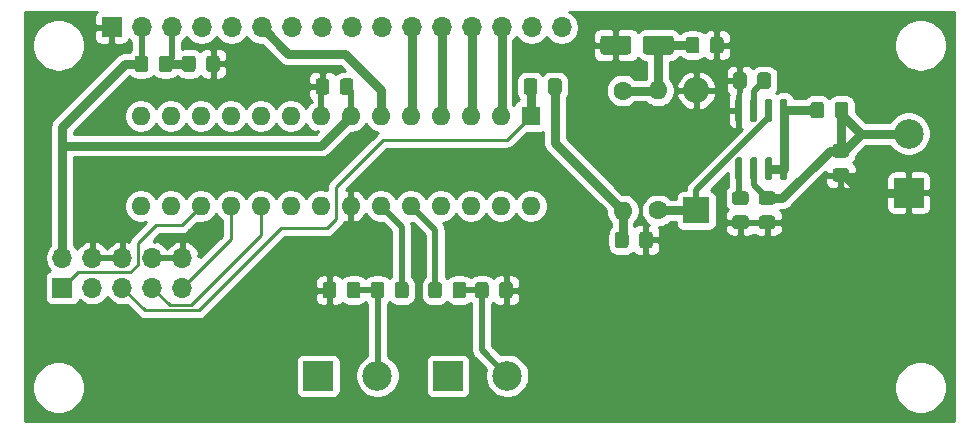
<source format=gbr>
%TF.GenerationSoftware,KiCad,Pcbnew,5.1.6*%
%TF.CreationDate,2020-08-16T16:00:55+02:00*%
%TF.ProjectId,volume_detection,766f6c75-6d65-45f6-9465-74656374696f,rev?*%
%TF.SameCoordinates,Original*%
%TF.FileFunction,Copper,L1,Top*%
%TF.FilePolarity,Positive*%
%FSLAX46Y46*%
G04 Gerber Fmt 4.6, Leading zero omitted, Abs format (unit mm)*
G04 Created by KiCad (PCBNEW 5.1.6) date 2020-08-16 16:00:55*
%MOMM*%
%LPD*%
G01*
G04 APERTURE LIST*
%TA.AperFunction,ComponentPad*%
%ADD10O,1.600000X1.600000*%
%TD*%
%TA.AperFunction,ComponentPad*%
%ADD11C,1.600000*%
%TD*%
%TA.AperFunction,ComponentPad*%
%ADD12R,2.200000X2.200000*%
%TD*%
%TA.AperFunction,ComponentPad*%
%ADD13O,2.200000X2.200000*%
%TD*%
%TA.AperFunction,ComponentPad*%
%ADD14R,1.700000X1.700000*%
%TD*%
%TA.AperFunction,ComponentPad*%
%ADD15O,1.700000X1.700000*%
%TD*%
%TA.AperFunction,ComponentPad*%
%ADD16R,2.500000X2.500000*%
%TD*%
%TA.AperFunction,ComponentPad*%
%ADD17C,2.500000*%
%TD*%
%TA.AperFunction,ComponentPad*%
%ADD18R,1.600000X1.600000*%
%TD*%
%TA.AperFunction,Conductor*%
%ADD19C,0.750000*%
%TD*%
%TA.AperFunction,Conductor*%
%ADD20C,0.500000*%
%TD*%
%TA.AperFunction,Conductor*%
%ADD21C,0.250000*%
%TD*%
%TA.AperFunction,Conductor*%
%ADD22C,0.254000*%
%TD*%
G04 APERTURE END LIST*
D10*
%TO.P,L2,2*%
%TO.N,+5V*%
X101269800Y-141503400D03*
D11*
%TO.P,L2,1*%
%TO.N,Net-(Co1-Pad1)*%
X101269800Y-131343400D03*
%TD*%
%TO.P,C1,1*%
%TO.N,+12V*%
%TA.AperFunction,SMDPad,CuDef*%
G36*
G01*
X113049999Y-139875000D02*
X113950001Y-139875000D01*
G75*
G02*
X114200000Y-140124999I0J-249999D01*
G01*
X114200000Y-140775001D01*
G75*
G02*
X113950001Y-141025000I-249999J0D01*
G01*
X113049999Y-141025000D01*
G75*
G02*
X112800000Y-140775001I0J249999D01*
G01*
X112800000Y-140124999D01*
G75*
G02*
X113049999Y-139875000I249999J0D01*
G01*
G37*
%TD.AperFunction*%
%TO.P,C1,2*%
%TO.N,GND*%
%TA.AperFunction,SMDPad,CuDef*%
G36*
G01*
X113049999Y-141925000D02*
X113950001Y-141925000D01*
G75*
G02*
X114200000Y-142174999I0J-249999D01*
G01*
X114200000Y-142825001D01*
G75*
G02*
X113950001Y-143075000I-249999J0D01*
G01*
X113049999Y-143075000D01*
G75*
G02*
X112800000Y-142825001I0J249999D01*
G01*
X112800000Y-142174999D01*
G75*
G02*
X113049999Y-141925000I249999J0D01*
G01*
G37*
%TD.AperFunction*%
%TD*%
%TO.P,C2,2*%
%TO.N,GND*%
%TA.AperFunction,SMDPad,CuDef*%
G36*
G01*
X102675000Y-144450001D02*
X102675000Y-143549999D01*
G75*
G02*
X102924999Y-143300000I249999J0D01*
G01*
X103575001Y-143300000D01*
G75*
G02*
X103825000Y-143549999I0J-249999D01*
G01*
X103825000Y-144450001D01*
G75*
G02*
X103575001Y-144700000I-249999J0D01*
G01*
X102924999Y-144700000D01*
G75*
G02*
X102675000Y-144450001I0J249999D01*
G01*
G37*
%TD.AperFunction*%
%TO.P,C2,1*%
%TO.N,+5V*%
%TA.AperFunction,SMDPad,CuDef*%
G36*
G01*
X100625000Y-144450001D02*
X100625000Y-143549999D01*
G75*
G02*
X100874999Y-143300000I249999J0D01*
G01*
X101525001Y-143300000D01*
G75*
G02*
X101775000Y-143549999I0J-249999D01*
G01*
X101775000Y-144450001D01*
G75*
G02*
X101525001Y-144700000I-249999J0D01*
G01*
X100874999Y-144700000D01*
G75*
G02*
X100625000Y-144450001I0J249999D01*
G01*
G37*
%TD.AperFunction*%
%TD*%
%TO.P,C3,2*%
%TO.N,GND*%
%TA.AperFunction,SMDPad,CuDef*%
G36*
G01*
X76432200Y-130568599D02*
X76432200Y-131468601D01*
G75*
G02*
X76182201Y-131718600I-249999J0D01*
G01*
X75532199Y-131718600D01*
G75*
G02*
X75282200Y-131468601I0J249999D01*
G01*
X75282200Y-130568599D01*
G75*
G02*
X75532199Y-130318600I249999J0D01*
G01*
X76182201Y-130318600D01*
G75*
G02*
X76432200Y-130568599I0J-249999D01*
G01*
G37*
%TD.AperFunction*%
%TO.P,C3,1*%
%TO.N,+5V*%
%TA.AperFunction,SMDPad,CuDef*%
G36*
G01*
X78482200Y-130568599D02*
X78482200Y-131468601D01*
G75*
G02*
X78232201Y-131718600I-249999J0D01*
G01*
X77582199Y-131718600D01*
G75*
G02*
X77332200Y-131468601I0J249999D01*
G01*
X77332200Y-130568599D01*
G75*
G02*
X77582199Y-130318600I249999J0D01*
G01*
X78232201Y-130318600D01*
G75*
G02*
X78482200Y-130568599I0J-249999D01*
G01*
G37*
%TD.AperFunction*%
%TD*%
%TO.P,C4,1*%
%TO.N,+12V*%
%TA.AperFunction,SMDPad,CuDef*%
G36*
G01*
X119299999Y-135875000D02*
X120200001Y-135875000D01*
G75*
G02*
X120450000Y-136124999I0J-249999D01*
G01*
X120450000Y-136775001D01*
G75*
G02*
X120200001Y-137025000I-249999J0D01*
G01*
X119299999Y-137025000D01*
G75*
G02*
X119050000Y-136775001I0J249999D01*
G01*
X119050000Y-136124999D01*
G75*
G02*
X119299999Y-135875000I249999J0D01*
G01*
G37*
%TD.AperFunction*%
%TO.P,C4,2*%
%TO.N,GND*%
%TA.AperFunction,SMDPad,CuDef*%
G36*
G01*
X119299999Y-137925000D02*
X120200001Y-137925000D01*
G75*
G02*
X120450000Y-138174999I0J-249999D01*
G01*
X120450000Y-138825001D01*
G75*
G02*
X120200001Y-139075000I-249999J0D01*
G01*
X119299999Y-139075000D01*
G75*
G02*
X119050000Y-138825001I0J249999D01*
G01*
X119050000Y-138174999D01*
G75*
G02*
X119299999Y-137925000I249999J0D01*
G01*
G37*
%TD.AperFunction*%
%TD*%
%TO.P,Co1,1*%
%TO.N,Net-(Co1-Pad1)*%
%TA.AperFunction,SMDPad,CuDef*%
G36*
G01*
X105600000Y-126950000D02*
X105600000Y-128050000D01*
G75*
G02*
X105350000Y-128300000I-250000J0D01*
G01*
X103250000Y-128300000D01*
G75*
G02*
X103000000Y-128050000I0J250000D01*
G01*
X103000000Y-126950000D01*
G75*
G02*
X103250000Y-126700000I250000J0D01*
G01*
X105350000Y-126700000D01*
G75*
G02*
X105600000Y-126950000I0J-250000D01*
G01*
G37*
%TD.AperFunction*%
%TO.P,Co1,2*%
%TO.N,GND*%
%TA.AperFunction,SMDPad,CuDef*%
G36*
G01*
X102000000Y-126950000D02*
X102000000Y-128050000D01*
G75*
G02*
X101750000Y-128300000I-250000J0D01*
G01*
X99650000Y-128300000D01*
G75*
G02*
X99400000Y-128050000I0J250000D01*
G01*
X99400000Y-126950000D01*
G75*
G02*
X99650000Y-126700000I250000J0D01*
G01*
X101750000Y-126700000D01*
G75*
G02*
X102000000Y-126950000I0J-250000D01*
G01*
G37*
%TD.AperFunction*%
%TD*%
%TO.P,Ct1,1*%
%TO.N,Net-(Ct1-Pad1)*%
%TA.AperFunction,SMDPad,CuDef*%
G36*
G01*
X113825000Y-130049999D02*
X113825000Y-130950001D01*
G75*
G02*
X113575001Y-131200000I-249999J0D01*
G01*
X112924999Y-131200000D01*
G75*
G02*
X112675000Y-130950001I0J249999D01*
G01*
X112675000Y-130049999D01*
G75*
G02*
X112924999Y-129800000I249999J0D01*
G01*
X113575001Y-129800000D01*
G75*
G02*
X113825000Y-130049999I0J-249999D01*
G01*
G37*
%TD.AperFunction*%
%TO.P,Ct1,2*%
%TO.N,GND*%
%TA.AperFunction,SMDPad,CuDef*%
G36*
G01*
X111775000Y-130049999D02*
X111775000Y-130950001D01*
G75*
G02*
X111525001Y-131200000I-249999J0D01*
G01*
X110874999Y-131200000D01*
G75*
G02*
X110625000Y-130950001I0J249999D01*
G01*
X110625000Y-130049999D01*
G75*
G02*
X110874999Y-129800000I249999J0D01*
G01*
X111525001Y-129800000D01*
G75*
G02*
X111775000Y-130049999I0J-249999D01*
G01*
G37*
%TD.AperFunction*%
%TD*%
D12*
%TO.P,D1,1*%
%TO.N,Net-(D1-Pad1)*%
X107500000Y-141500000D03*
D13*
%TO.P,D1,2*%
%TO.N,GND*%
X107500000Y-131340000D03*
%TD*%
D14*
%TO.P,J1,1*%
%TO.N,/MOSI*%
X53840000Y-148040000D03*
D15*
%TO.P,J1,2*%
%TO.N,+5V*%
X53840000Y-145500000D03*
%TO.P,J1,3*%
%TO.N,Net-(J1-Pad3)*%
X56380000Y-148040000D03*
%TO.P,J1,4*%
%TO.N,GND*%
X56380000Y-145500000D03*
%TO.P,J1,5*%
%TO.N,/RST*%
X58920000Y-148040000D03*
%TO.P,J1,6*%
%TO.N,GND*%
X58920000Y-145500000D03*
%TO.P,J1,7*%
%TO.N,/SCK*%
X61460000Y-148040000D03*
%TO.P,J1,8*%
%TO.N,GND*%
X61460000Y-145500000D03*
%TO.P,J1,9*%
%TO.N,/MISO*%
X64000000Y-148040000D03*
%TO.P,J1,10*%
%TO.N,GND*%
X64000000Y-145500000D03*
%TD*%
D16*
%TO.P,J2,1*%
%TO.N,+12V*%
X75500000Y-155500000D03*
D17*
%TO.P,J2,2*%
%TO.N,Net-(J2-Pad2)*%
X80500000Y-155500000D03*
%TD*%
D16*
%TO.P,J3,1*%
%TO.N,+12V*%
X86500000Y-155500000D03*
D17*
%TO.P,J3,2*%
%TO.N,Net-(J3-Pad2)*%
X91500000Y-155500000D03*
%TD*%
%TO.P,J4,2*%
%TO.N,+12V*%
X125500000Y-135000000D03*
D16*
%TO.P,J4,1*%
%TO.N,GND*%
X125500000Y-140000000D03*
%TD*%
D11*
%TO.P,L1,1*%
%TO.N,Net-(D1-Pad1)*%
X104250000Y-141500000D03*
D10*
%TO.P,L1,2*%
%TO.N,Net-(Co1-Pad1)*%
X104250000Y-131340000D03*
%TD*%
D14*
%TO.P,LCd1,1*%
%TO.N,GND*%
X58000000Y-126000000D03*
D15*
%TO.P,LCd1,2*%
%TO.N,+5V*%
X60540000Y-126000000D03*
%TO.P,LCd1,3*%
%TO.N,Net-(LCd1-Pad3)*%
X63080000Y-126000000D03*
%TO.P,LCd1,4*%
%TO.N,/RS*%
X65620000Y-126000000D03*
%TO.P,LCd1,5*%
%TO.N,Net-(LCd1-Pad5)*%
X68160000Y-126000000D03*
%TO.P,LCd1,6*%
%TO.N,/EN*%
X70700000Y-126000000D03*
%TO.P,LCd1,7*%
%TO.N,Net-(LCd1-Pad7)*%
X73240000Y-126000000D03*
%TO.P,LCd1,8*%
%TO.N,Net-(LCd1-Pad8)*%
X75780000Y-126000000D03*
%TO.P,LCd1,9*%
%TO.N,Net-(LCd1-Pad9)*%
X78320000Y-126000000D03*
%TO.P,LCd1,10*%
%TO.N,Net-(LCd1-Pad10)*%
X80860000Y-126000000D03*
%TO.P,LCd1,11*%
%TO.N,/D4*%
X83400000Y-126000000D03*
%TO.P,LCd1,12*%
%TO.N,/D5*%
X85940000Y-126000000D03*
%TO.P,LCd1,13*%
%TO.N,/D6*%
X88480000Y-126000000D03*
%TO.P,LCd1,14*%
%TO.N,/D7*%
X91020000Y-126000000D03*
%TO.P,LCd1,15*%
%TO.N,Net-(LCd1-Pad15)*%
X93560000Y-126000000D03*
%TO.P,LCd1,16*%
%TO.N,Net-(LCd1-Pad16)*%
X96100000Y-126000000D03*
%TD*%
%TO.P,R1,1*%
%TO.N,Net-(R1-Pad1)*%
%TA.AperFunction,SMDPad,CuDef*%
G36*
G01*
X110799999Y-139875000D02*
X111700001Y-139875000D01*
G75*
G02*
X111950000Y-140124999I0J-249999D01*
G01*
X111950000Y-140775001D01*
G75*
G02*
X111700001Y-141025000I-249999J0D01*
G01*
X110799999Y-141025000D01*
G75*
G02*
X110550000Y-140775001I0J249999D01*
G01*
X110550000Y-140124999D01*
G75*
G02*
X110799999Y-139875000I249999J0D01*
G01*
G37*
%TD.AperFunction*%
%TO.P,R1,2*%
%TO.N,GND*%
%TA.AperFunction,SMDPad,CuDef*%
G36*
G01*
X110799999Y-141925000D02*
X111700001Y-141925000D01*
G75*
G02*
X111950000Y-142174999I0J-249999D01*
G01*
X111950000Y-142825001D01*
G75*
G02*
X111700001Y-143075000I-249999J0D01*
G01*
X110799999Y-143075000D01*
G75*
G02*
X110550000Y-142825001I0J249999D01*
G01*
X110550000Y-142174999D01*
G75*
G02*
X110799999Y-141925000I249999J0D01*
G01*
G37*
%TD.AperFunction*%
%TD*%
%TO.P,R2,1*%
%TO.N,Net-(Co1-Pad1)*%
%TA.AperFunction,SMDPad,CuDef*%
G36*
G01*
X106625000Y-127950001D02*
X106625000Y-127049999D01*
G75*
G02*
X106874999Y-126800000I249999J0D01*
G01*
X107525001Y-126800000D01*
G75*
G02*
X107775000Y-127049999I0J-249999D01*
G01*
X107775000Y-127950001D01*
G75*
G02*
X107525001Y-128200000I-249999J0D01*
G01*
X106874999Y-128200000D01*
G75*
G02*
X106625000Y-127950001I0J249999D01*
G01*
G37*
%TD.AperFunction*%
%TO.P,R2,2*%
%TO.N,GND*%
%TA.AperFunction,SMDPad,CuDef*%
G36*
G01*
X108675000Y-127950001D02*
X108675000Y-127049999D01*
G75*
G02*
X108924999Y-126800000I249999J0D01*
G01*
X109575001Y-126800000D01*
G75*
G02*
X109825000Y-127049999I0J-249999D01*
G01*
X109825000Y-127950001D01*
G75*
G02*
X109575001Y-128200000I-249999J0D01*
G01*
X108924999Y-128200000D01*
G75*
G02*
X108675000Y-127950001I0J249999D01*
G01*
G37*
%TD.AperFunction*%
%TD*%
%TO.P,R3,2*%
%TO.N,/RST*%
%TA.AperFunction,SMDPad,CuDef*%
G36*
G01*
X94050000Y-130549999D02*
X94050000Y-131450001D01*
G75*
G02*
X93800001Y-131700000I-249999J0D01*
G01*
X93149999Y-131700000D01*
G75*
G02*
X92900000Y-131450001I0J249999D01*
G01*
X92900000Y-130549999D01*
G75*
G02*
X93149999Y-130300000I249999J0D01*
G01*
X93800001Y-130300000D01*
G75*
G02*
X94050000Y-130549999I0J-249999D01*
G01*
G37*
%TD.AperFunction*%
%TO.P,R3,1*%
%TO.N,+5V*%
%TA.AperFunction,SMDPad,CuDef*%
G36*
G01*
X96100000Y-130549999D02*
X96100000Y-131450001D01*
G75*
G02*
X95850001Y-131700000I-249999J0D01*
G01*
X95199999Y-131700000D01*
G75*
G02*
X94950000Y-131450001I0J249999D01*
G01*
X94950000Y-130549999D01*
G75*
G02*
X95199999Y-130300000I249999J0D01*
G01*
X95850001Y-130300000D01*
G75*
G02*
X96100000Y-130549999I0J-249999D01*
G01*
G37*
%TD.AperFunction*%
%TD*%
%TO.P,R4,1*%
%TO.N,+5V*%
%TA.AperFunction,SMDPad,CuDef*%
G36*
G01*
X59948000Y-129538201D02*
X59948000Y-128638199D01*
G75*
G02*
X60197999Y-128388200I249999J0D01*
G01*
X60848001Y-128388200D01*
G75*
G02*
X61098000Y-128638199I0J-249999D01*
G01*
X61098000Y-129538201D01*
G75*
G02*
X60848001Y-129788200I-249999J0D01*
G01*
X60197999Y-129788200D01*
G75*
G02*
X59948000Y-129538201I0J249999D01*
G01*
G37*
%TD.AperFunction*%
%TO.P,R4,2*%
%TO.N,Net-(LCd1-Pad3)*%
%TA.AperFunction,SMDPad,CuDef*%
G36*
G01*
X61998000Y-129538201D02*
X61998000Y-128638199D01*
G75*
G02*
X62247999Y-128388200I249999J0D01*
G01*
X62898001Y-128388200D01*
G75*
G02*
X63148000Y-128638199I0J-249999D01*
G01*
X63148000Y-129538201D01*
G75*
G02*
X62898001Y-129788200I-249999J0D01*
G01*
X62247999Y-129788200D01*
G75*
G02*
X61998000Y-129538201I0J249999D01*
G01*
G37*
%TD.AperFunction*%
%TD*%
%TO.P,R5,2*%
%TO.N,GND*%
%TA.AperFunction,SMDPad,CuDef*%
G36*
G01*
X66023800Y-129532801D02*
X66023800Y-128632799D01*
G75*
G02*
X66273799Y-128382800I249999J0D01*
G01*
X66923801Y-128382800D01*
G75*
G02*
X67173800Y-128632799I0J-249999D01*
G01*
X67173800Y-129532801D01*
G75*
G02*
X66923801Y-129782800I-249999J0D01*
G01*
X66273799Y-129782800D01*
G75*
G02*
X66023800Y-129532801I0J249999D01*
G01*
G37*
%TD.AperFunction*%
%TO.P,R5,1*%
%TO.N,Net-(LCd1-Pad3)*%
%TA.AperFunction,SMDPad,CuDef*%
G36*
G01*
X63973800Y-129532801D02*
X63973800Y-128632799D01*
G75*
G02*
X64223799Y-128382800I249999J0D01*
G01*
X64873801Y-128382800D01*
G75*
G02*
X65123800Y-128632799I0J-249999D01*
G01*
X65123800Y-129532801D01*
G75*
G02*
X64873801Y-129782800I-249999J0D01*
G01*
X64223799Y-129782800D01*
G75*
G02*
X63973800Y-129532801I0J249999D01*
G01*
G37*
%TD.AperFunction*%
%TD*%
%TO.P,R6,2*%
%TO.N,/SEN1*%
%TA.AperFunction,SMDPad,CuDef*%
G36*
G01*
X81996200Y-148700001D02*
X81996200Y-147799999D01*
G75*
G02*
X82246199Y-147550000I249999J0D01*
G01*
X82896201Y-147550000D01*
G75*
G02*
X83146200Y-147799999I0J-249999D01*
G01*
X83146200Y-148700001D01*
G75*
G02*
X82896201Y-148950000I-249999J0D01*
G01*
X82246199Y-148950000D01*
G75*
G02*
X81996200Y-148700001I0J249999D01*
G01*
G37*
%TD.AperFunction*%
%TO.P,R6,1*%
%TO.N,Net-(J2-Pad2)*%
%TA.AperFunction,SMDPad,CuDef*%
G36*
G01*
X79946200Y-148700001D02*
X79946200Y-147799999D01*
G75*
G02*
X80196199Y-147550000I249999J0D01*
G01*
X80846201Y-147550000D01*
G75*
G02*
X81096200Y-147799999I0J-249999D01*
G01*
X81096200Y-148700001D01*
G75*
G02*
X80846201Y-148950000I-249999J0D01*
G01*
X80196199Y-148950000D01*
G75*
G02*
X79946200Y-148700001I0J249999D01*
G01*
G37*
%TD.AperFunction*%
%TD*%
%TO.P,R7,1*%
%TO.N,GND*%
%TA.AperFunction,SMDPad,CuDef*%
G36*
G01*
X75875000Y-148700001D02*
X75875000Y-147799999D01*
G75*
G02*
X76124999Y-147550000I249999J0D01*
G01*
X76775001Y-147550000D01*
G75*
G02*
X77025000Y-147799999I0J-249999D01*
G01*
X77025000Y-148700001D01*
G75*
G02*
X76775001Y-148950000I-249999J0D01*
G01*
X76124999Y-148950000D01*
G75*
G02*
X75875000Y-148700001I0J249999D01*
G01*
G37*
%TD.AperFunction*%
%TO.P,R7,2*%
%TO.N,Net-(J2-Pad2)*%
%TA.AperFunction,SMDPad,CuDef*%
G36*
G01*
X77925000Y-148700001D02*
X77925000Y-147799999D01*
G75*
G02*
X78174999Y-147550000I249999J0D01*
G01*
X78825001Y-147550000D01*
G75*
G02*
X79075000Y-147799999I0J-249999D01*
G01*
X79075000Y-148700001D01*
G75*
G02*
X78825001Y-148950000I-249999J0D01*
G01*
X78174999Y-148950000D01*
G75*
G02*
X77925000Y-148700001I0J249999D01*
G01*
G37*
%TD.AperFunction*%
%TD*%
%TO.P,R8,1*%
%TO.N,Net-(J3-Pad2)*%
%TA.AperFunction,SMDPad,CuDef*%
G36*
G01*
X88023000Y-147799999D02*
X88023000Y-148700001D01*
G75*
G02*
X87773001Y-148950000I-249999J0D01*
G01*
X87122999Y-148950000D01*
G75*
G02*
X86873000Y-148700001I0J249999D01*
G01*
X86873000Y-147799999D01*
G75*
G02*
X87122999Y-147550000I249999J0D01*
G01*
X87773001Y-147550000D01*
G75*
G02*
X88023000Y-147799999I0J-249999D01*
G01*
G37*
%TD.AperFunction*%
%TO.P,R8,2*%
%TO.N,/SEN2*%
%TA.AperFunction,SMDPad,CuDef*%
G36*
G01*
X85973000Y-147799999D02*
X85973000Y-148700001D01*
G75*
G02*
X85723001Y-148950000I-249999J0D01*
G01*
X85072999Y-148950000D01*
G75*
G02*
X84823000Y-148700001I0J249999D01*
G01*
X84823000Y-147799999D01*
G75*
G02*
X85072999Y-147550000I249999J0D01*
G01*
X85723001Y-147550000D01*
G75*
G02*
X85973000Y-147799999I0J-249999D01*
G01*
G37*
%TD.AperFunction*%
%TD*%
%TO.P,R9,2*%
%TO.N,Net-(J3-Pad2)*%
%TA.AperFunction,SMDPad,CuDef*%
G36*
G01*
X89928000Y-147799999D02*
X89928000Y-148700001D01*
G75*
G02*
X89678001Y-148950000I-249999J0D01*
G01*
X89027999Y-148950000D01*
G75*
G02*
X88778000Y-148700001I0J249999D01*
G01*
X88778000Y-147799999D01*
G75*
G02*
X89027999Y-147550000I249999J0D01*
G01*
X89678001Y-147550000D01*
G75*
G02*
X89928000Y-147799999I0J-249999D01*
G01*
G37*
%TD.AperFunction*%
%TO.P,R9,1*%
%TO.N,GND*%
%TA.AperFunction,SMDPad,CuDef*%
G36*
G01*
X91978000Y-147799999D02*
X91978000Y-148700001D01*
G75*
G02*
X91728001Y-148950000I-249999J0D01*
G01*
X91077999Y-148950000D01*
G75*
G02*
X90828000Y-148700001I0J249999D01*
G01*
X90828000Y-147799999D01*
G75*
G02*
X91077999Y-147550000I249999J0D01*
G01*
X91728001Y-147550000D01*
G75*
G02*
X91978000Y-147799999I0J-249999D01*
G01*
G37*
%TD.AperFunction*%
%TD*%
%TO.P,Rsc1,2*%
%TO.N,Net-(Rsc1-Pad2)*%
%TA.AperFunction,SMDPad,CuDef*%
G36*
G01*
X118325000Y-132549999D02*
X118325000Y-133450001D01*
G75*
G02*
X118075001Y-133700000I-249999J0D01*
G01*
X117424999Y-133700000D01*
G75*
G02*
X117175000Y-133450001I0J249999D01*
G01*
X117175000Y-132549999D01*
G75*
G02*
X117424999Y-132300000I249999J0D01*
G01*
X118075001Y-132300000D01*
G75*
G02*
X118325000Y-132549999I0J-249999D01*
G01*
G37*
%TD.AperFunction*%
%TO.P,Rsc1,1*%
%TO.N,+12V*%
%TA.AperFunction,SMDPad,CuDef*%
G36*
G01*
X120375000Y-132549999D02*
X120375000Y-133450001D01*
G75*
G02*
X120125001Y-133700000I-249999J0D01*
G01*
X119474999Y-133700000D01*
G75*
G02*
X119225000Y-133450001I0J249999D01*
G01*
X119225000Y-132549999D01*
G75*
G02*
X119474999Y-132300000I249999J0D01*
G01*
X120125001Y-132300000D01*
G75*
G02*
X120375000Y-132549999I0J-249999D01*
G01*
G37*
%TD.AperFunction*%
%TD*%
%TO.P,U1,1*%
%TO.N,Net-(Rsc1-Pad2)*%
%TA.AperFunction,SMDPad,CuDef*%
G36*
G01*
X114755000Y-132050000D02*
X115055000Y-132050000D01*
G75*
G02*
X115205000Y-132200000I0J-150000D01*
G01*
X115205000Y-133850000D01*
G75*
G02*
X115055000Y-134000000I-150000J0D01*
G01*
X114755000Y-134000000D01*
G75*
G02*
X114605000Y-133850000I0J150000D01*
G01*
X114605000Y-132200000D01*
G75*
G02*
X114755000Y-132050000I150000J0D01*
G01*
G37*
%TD.AperFunction*%
%TO.P,U1,2*%
%TO.N,Net-(D1-Pad1)*%
%TA.AperFunction,SMDPad,CuDef*%
G36*
G01*
X113485000Y-132050000D02*
X113785000Y-132050000D01*
G75*
G02*
X113935000Y-132200000I0J-150000D01*
G01*
X113935000Y-133850000D01*
G75*
G02*
X113785000Y-134000000I-150000J0D01*
G01*
X113485000Y-134000000D01*
G75*
G02*
X113335000Y-133850000I0J150000D01*
G01*
X113335000Y-132200000D01*
G75*
G02*
X113485000Y-132050000I150000J0D01*
G01*
G37*
%TD.AperFunction*%
%TO.P,U1,3*%
%TO.N,Net-(Ct1-Pad1)*%
%TA.AperFunction,SMDPad,CuDef*%
G36*
G01*
X112215000Y-132050000D02*
X112515000Y-132050000D01*
G75*
G02*
X112665000Y-132200000I0J-150000D01*
G01*
X112665000Y-133850000D01*
G75*
G02*
X112515000Y-134000000I-150000J0D01*
G01*
X112215000Y-134000000D01*
G75*
G02*
X112065000Y-133850000I0J150000D01*
G01*
X112065000Y-132200000D01*
G75*
G02*
X112215000Y-132050000I150000J0D01*
G01*
G37*
%TD.AperFunction*%
%TO.P,U1,4*%
%TO.N,GND*%
%TA.AperFunction,SMDPad,CuDef*%
G36*
G01*
X110945000Y-132050000D02*
X111245000Y-132050000D01*
G75*
G02*
X111395000Y-132200000I0J-150000D01*
G01*
X111395000Y-133850000D01*
G75*
G02*
X111245000Y-134000000I-150000J0D01*
G01*
X110945000Y-134000000D01*
G75*
G02*
X110795000Y-133850000I0J150000D01*
G01*
X110795000Y-132200000D01*
G75*
G02*
X110945000Y-132050000I150000J0D01*
G01*
G37*
%TD.AperFunction*%
%TO.P,U1,5*%
%TO.N,Net-(R1-Pad1)*%
%TA.AperFunction,SMDPad,CuDef*%
G36*
G01*
X110945000Y-137000000D02*
X111245000Y-137000000D01*
G75*
G02*
X111395000Y-137150000I0J-150000D01*
G01*
X111395000Y-138800000D01*
G75*
G02*
X111245000Y-138950000I-150000J0D01*
G01*
X110945000Y-138950000D01*
G75*
G02*
X110795000Y-138800000I0J150000D01*
G01*
X110795000Y-137150000D01*
G75*
G02*
X110945000Y-137000000I150000J0D01*
G01*
G37*
%TD.AperFunction*%
%TO.P,U1,6*%
%TO.N,+12V*%
%TA.AperFunction,SMDPad,CuDef*%
G36*
G01*
X112215000Y-137000000D02*
X112515000Y-137000000D01*
G75*
G02*
X112665000Y-137150000I0J-150000D01*
G01*
X112665000Y-138800000D01*
G75*
G02*
X112515000Y-138950000I-150000J0D01*
G01*
X112215000Y-138950000D01*
G75*
G02*
X112065000Y-138800000I0J150000D01*
G01*
X112065000Y-137150000D01*
G75*
G02*
X112215000Y-137000000I150000J0D01*
G01*
G37*
%TD.AperFunction*%
%TO.P,U1,7*%
%TO.N,Net-(Rsc1-Pad2)*%
%TA.AperFunction,SMDPad,CuDef*%
G36*
G01*
X113485000Y-137000000D02*
X113785000Y-137000000D01*
G75*
G02*
X113935000Y-137150000I0J-150000D01*
G01*
X113935000Y-138800000D01*
G75*
G02*
X113785000Y-138950000I-150000J0D01*
G01*
X113485000Y-138950000D01*
G75*
G02*
X113335000Y-138800000I0J150000D01*
G01*
X113335000Y-137150000D01*
G75*
G02*
X113485000Y-137000000I150000J0D01*
G01*
G37*
%TD.AperFunction*%
%TO.P,U1,8*%
%TA.AperFunction,SMDPad,CuDef*%
G36*
G01*
X114755000Y-137000000D02*
X115055000Y-137000000D01*
G75*
G02*
X115205000Y-137150000I0J-150000D01*
G01*
X115205000Y-138800000D01*
G75*
G02*
X115055000Y-138950000I-150000J0D01*
G01*
X114755000Y-138950000D01*
G75*
G02*
X114605000Y-138800000I0J150000D01*
G01*
X114605000Y-137150000D01*
G75*
G02*
X114755000Y-137000000I150000J0D01*
G01*
G37*
%TD.AperFunction*%
%TD*%
D18*
%TO.P,U2,1*%
%TO.N,/RST*%
X93500000Y-133500000D03*
D10*
%TO.P,U2,15*%
%TO.N,Net-(U2-Pad15)*%
X60480000Y-141120000D03*
%TO.P,U2,2*%
%TO.N,/D7*%
X90960000Y-133500000D03*
%TO.P,U2,16*%
%TO.N,Net-(U2-Pad16)*%
X63020000Y-141120000D03*
%TO.P,U2,3*%
%TO.N,/D6*%
X88420000Y-133500000D03*
%TO.P,U2,17*%
%TO.N,/MOSI*%
X65560000Y-141120000D03*
%TO.P,U2,4*%
%TO.N,/D5*%
X85880000Y-133500000D03*
%TO.P,U2,18*%
%TO.N,/MISO*%
X68100000Y-141120000D03*
%TO.P,U2,5*%
%TO.N,/D4*%
X83340000Y-133500000D03*
%TO.P,U2,19*%
%TO.N,/SCK*%
X70640000Y-141120000D03*
%TO.P,U2,6*%
%TO.N,/EN*%
X80800000Y-133500000D03*
%TO.P,U2,20*%
%TO.N,+5V*%
X73180000Y-141120000D03*
%TO.P,U2,7*%
X78260000Y-133500000D03*
%TO.P,U2,21*%
%TO.N,Net-(U2-Pad21)*%
X75720000Y-141120000D03*
%TO.P,U2,8*%
%TO.N,GND*%
X75720000Y-133500000D03*
%TO.P,U2,22*%
X78260000Y-141120000D03*
%TO.P,U2,9*%
%TO.N,Net-(U2-Pad9)*%
X73180000Y-133500000D03*
%TO.P,U2,23*%
%TO.N,/SEN1*%
X80800000Y-141120000D03*
%TO.P,U2,10*%
%TO.N,Net-(U2-Pad10)*%
X70640000Y-133500000D03*
%TO.P,U2,24*%
%TO.N,/SEN2*%
X83340000Y-141120000D03*
%TO.P,U2,11*%
%TO.N,/RS*%
X68100000Y-133500000D03*
%TO.P,U2,25*%
%TO.N,Net-(U2-Pad25)*%
X85880000Y-141120000D03*
%TO.P,U2,12*%
%TO.N,Net-(U2-Pad12)*%
X65560000Y-133500000D03*
%TO.P,U2,26*%
%TO.N,Net-(U2-Pad26)*%
X88420000Y-141120000D03*
%TO.P,U2,13*%
%TO.N,Net-(U2-Pad13)*%
X63020000Y-133500000D03*
%TO.P,U2,27*%
%TO.N,Net-(U2-Pad27)*%
X90960000Y-141120000D03*
%TO.P,U2,14*%
%TO.N,Net-(U2-Pad14)*%
X60480000Y-133500000D03*
%TO.P,U2,28*%
%TO.N,Net-(U2-Pad28)*%
X93500000Y-141120000D03*
%TD*%
D19*
%TO.N,+12V*%
X121450000Y-135000000D02*
X120000000Y-136450000D01*
X125500000Y-135000000D02*
X121450000Y-135000000D01*
X119800000Y-136400000D02*
X119750000Y-136450000D01*
X119800000Y-133000000D02*
X119800000Y-136400000D01*
X119800000Y-133350000D02*
X121450000Y-135000000D01*
X119800000Y-133000000D02*
X119800000Y-133350000D01*
D20*
X112365000Y-139315000D02*
X113500000Y-140450000D01*
X112365000Y-137975000D02*
X112365000Y-139315000D01*
D19*
X118800000Y-136450000D02*
X114800000Y-140450000D01*
X114800000Y-140450000D02*
X113500000Y-140450000D01*
X119750000Y-136450000D02*
X118800000Y-136450000D01*
D20*
%TO.N,GND*%
X75720000Y-131155800D02*
X75857200Y-131018600D01*
X75720000Y-133500000D02*
X75720000Y-131155800D01*
D19*
X121500000Y-140000000D02*
X120000000Y-138500000D01*
X125500000Y-140000000D02*
X121500000Y-140000000D01*
D20*
%TO.N,+5V*%
X60540000Y-129071200D02*
X60523000Y-129088200D01*
X60540000Y-126000000D02*
X60540000Y-129071200D01*
X78260000Y-131371400D02*
X77907200Y-131018600D01*
X78260000Y-133500000D02*
X78260000Y-131371400D01*
D19*
X101269800Y-143930200D02*
X101200000Y-144000000D01*
X101269800Y-141503400D02*
X101269800Y-143930200D01*
X95525000Y-135758600D02*
X101269800Y-141503400D01*
X95525000Y-131000000D02*
X95525000Y-135758600D01*
X77907200Y-131018600D02*
X77907200Y-130657200D01*
X53840000Y-136000000D02*
X53840000Y-145500000D01*
X75760000Y-136000000D02*
X53840000Y-136000000D01*
X78260000Y-133500000D02*
X75760000Y-136000000D01*
X59161800Y-129088200D02*
X60523000Y-129088200D01*
X53840000Y-134410000D02*
X59161800Y-129088200D01*
X53840000Y-136000000D02*
X53840000Y-134410000D01*
%TO.N,Net-(Co1-Pad1)*%
X104246600Y-131343400D02*
X104250000Y-131340000D01*
X101269800Y-131343400D02*
X104246600Y-131343400D01*
X104300000Y-131290000D02*
X104250000Y-131340000D01*
X104300000Y-127500000D02*
X104300000Y-131290000D01*
X104300000Y-127500000D02*
X107200000Y-127500000D01*
D20*
%TO.N,Net-(Ct1-Pad1)*%
X112365000Y-131385000D02*
X112365000Y-133025000D01*
X113250000Y-130500000D02*
X112365000Y-131385000D01*
%TO.N,Net-(D1-Pad1)*%
X113635000Y-133611456D02*
X113635000Y-133025000D01*
X107500000Y-139746456D02*
X113635000Y-133611456D01*
X107500000Y-141500000D02*
X107500000Y-139746456D01*
D19*
X104250000Y-141500000D02*
X107500000Y-141500000D01*
D21*
%TO.N,/MOSI*%
X63930000Y-142750000D02*
X65560000Y-141120000D01*
X60250000Y-144250000D02*
X61750000Y-142750000D01*
X60250000Y-146099000D02*
X60250000Y-144250000D01*
X59599000Y-146750000D02*
X60250000Y-146099000D01*
X61750000Y-142750000D02*
X63930000Y-142750000D01*
X55130000Y-146750000D02*
X59599000Y-146750000D01*
X53840000Y-148040000D02*
X55130000Y-146750000D01*
%TO.N,/RST*%
X91500000Y-135500000D02*
X93500000Y-133500000D01*
X81000000Y-135500000D02*
X91500000Y-135500000D01*
X77000000Y-139500000D02*
X81000000Y-135500000D01*
X76250000Y-143000000D02*
X77000000Y-142250000D01*
X77000000Y-142250000D02*
X77000000Y-139500000D01*
X72361810Y-143000000D02*
X76250000Y-143000000D01*
X60830009Y-149950009D02*
X65411801Y-149950009D01*
X65411801Y-149950009D02*
X72361810Y-143000000D01*
X58920000Y-148040000D02*
X60830009Y-149950009D01*
D19*
X93500000Y-131025000D02*
X93475000Y-131000000D01*
X93500000Y-133500000D02*
X93500000Y-131025000D01*
D21*
%TO.N,/SCK*%
X70640000Y-143610000D02*
X70640000Y-141120000D01*
X64750000Y-149500000D02*
X70640000Y-143610000D01*
X62920000Y-149500000D02*
X64750000Y-149500000D01*
X61460000Y-148040000D02*
X62920000Y-149500000D01*
%TO.N,/MISO*%
X68100000Y-143940000D02*
X68100000Y-141120000D01*
X64000000Y-148040000D02*
X68100000Y-143940000D01*
D20*
%TO.N,Net-(J2-Pad2)*%
X80500000Y-148433400D02*
X80521200Y-148412200D01*
X78500000Y-148250000D02*
X80521200Y-148250000D01*
X80521200Y-155478800D02*
X80500000Y-155500000D01*
X80521200Y-148250000D02*
X80521200Y-155478800D01*
%TO.N,Net-(J3-Pad2)*%
X89353000Y-153353000D02*
X89353000Y-149500000D01*
X91500000Y-155500000D02*
X89353000Y-153353000D01*
X87448000Y-148250000D02*
X89353000Y-148250000D01*
X89353000Y-149500000D02*
X89353000Y-148250000D01*
%TO.N,Net-(LCd1-Pad3)*%
X63080000Y-128581200D02*
X62573000Y-129088200D01*
X63080000Y-126000000D02*
X63080000Y-128581200D01*
D19*
X64543400Y-129088200D02*
X64548800Y-129082800D01*
X62573000Y-129088200D02*
X64543400Y-129088200D01*
%TO.N,/EN*%
X72950000Y-128250000D02*
X70700000Y-126000000D01*
X77750000Y-128250000D02*
X72950000Y-128250000D01*
X80800000Y-131300000D02*
X77750000Y-128250000D01*
X80800000Y-133500000D02*
X80800000Y-131300000D01*
%TO.N,/D4*%
X83400000Y-133440000D02*
X83340000Y-133500000D01*
X83400000Y-126000000D02*
X83400000Y-133440000D01*
%TO.N,/D5*%
X85940000Y-133440000D02*
X85880000Y-133500000D01*
X85940000Y-126000000D02*
X85940000Y-133440000D01*
%TO.N,/D6*%
X88480000Y-133440000D02*
X88420000Y-133500000D01*
X88480000Y-126000000D02*
X88480000Y-133440000D01*
%TO.N,/D7*%
X91020000Y-133440000D02*
X90960000Y-133500000D01*
X91020000Y-126000000D02*
X91020000Y-133440000D01*
D20*
%TO.N,Net-(R1-Pad1)*%
X111095000Y-140295000D02*
X111250000Y-140450000D01*
X111095000Y-137975000D02*
X111095000Y-140295000D01*
%TO.N,/SEN1*%
X82571200Y-142891200D02*
X80800000Y-141120000D01*
X82571200Y-148250000D02*
X82571200Y-142891200D01*
%TO.N,/SEN2*%
X85398000Y-143178000D02*
X83340000Y-141120000D01*
X85398000Y-148250000D02*
X85398000Y-143178000D01*
D19*
%TO.N,Net-(Rsc1-Pad2)*%
X114930000Y-133000000D02*
X114905000Y-133025000D01*
X117750000Y-133000000D02*
X114930000Y-133000000D01*
X114905000Y-133025000D02*
X114905000Y-137975000D01*
X113635000Y-137975000D02*
X114905000Y-137975000D01*
%TD*%
D22*
%TO.N,GND*%
G36*
X56698815Y-124698815D02*
G01*
X56619463Y-124795506D01*
X56560498Y-124905820D01*
X56524188Y-125025518D01*
X56511928Y-125150000D01*
X56515000Y-125714250D01*
X56673750Y-125873000D01*
X57873000Y-125873000D01*
X57873000Y-125853000D01*
X58127000Y-125853000D01*
X58127000Y-125873000D01*
X58147000Y-125873000D01*
X58147000Y-126127000D01*
X58127000Y-126127000D01*
X58127000Y-127326250D01*
X58285750Y-127485000D01*
X58850000Y-127488072D01*
X58974482Y-127475812D01*
X59094180Y-127439502D01*
X59204494Y-127380537D01*
X59301185Y-127301185D01*
X59380537Y-127204494D01*
X59439502Y-127094180D01*
X59461513Y-127021620D01*
X59593368Y-127153475D01*
X59655000Y-127194656D01*
X59655001Y-127940511D01*
X59570038Y-128010238D01*
X59514263Y-128078200D01*
X59211408Y-128078200D01*
X59161800Y-128073314D01*
X58963805Y-128092815D01*
X58812807Y-128138620D01*
X58773420Y-128150568D01*
X58597960Y-128244353D01*
X58444167Y-128370567D01*
X58412544Y-128409100D01*
X53160901Y-133660744D01*
X53122368Y-133692367D01*
X53090745Y-133730900D01*
X53090744Y-133730901D01*
X52996154Y-133846160D01*
X52902368Y-134021621D01*
X52844615Y-134212006D01*
X52825114Y-134410000D01*
X52830001Y-134459617D01*
X52830000Y-135950392D01*
X52825114Y-136000000D01*
X52830000Y-136049607D01*
X52830001Y-144409892D01*
X52686525Y-144553368D01*
X52524010Y-144796589D01*
X52412068Y-145066842D01*
X52355000Y-145353740D01*
X52355000Y-145646260D01*
X52412068Y-145933158D01*
X52524010Y-146203411D01*
X52686525Y-146446632D01*
X52818380Y-146578487D01*
X52745820Y-146600498D01*
X52635506Y-146659463D01*
X52538815Y-146738815D01*
X52459463Y-146835506D01*
X52400498Y-146945820D01*
X52364188Y-147065518D01*
X52351928Y-147190000D01*
X52351928Y-148890000D01*
X52364188Y-149014482D01*
X52400498Y-149134180D01*
X52459463Y-149244494D01*
X52538815Y-149341185D01*
X52635506Y-149420537D01*
X52745820Y-149479502D01*
X52865518Y-149515812D01*
X52990000Y-149528072D01*
X54690000Y-149528072D01*
X54814482Y-149515812D01*
X54934180Y-149479502D01*
X55044494Y-149420537D01*
X55141185Y-149341185D01*
X55220537Y-149244494D01*
X55279502Y-149134180D01*
X55301513Y-149061620D01*
X55433368Y-149193475D01*
X55676589Y-149355990D01*
X55946842Y-149467932D01*
X56233740Y-149525000D01*
X56526260Y-149525000D01*
X56813158Y-149467932D01*
X57083411Y-149355990D01*
X57326632Y-149193475D01*
X57533475Y-148986632D01*
X57650000Y-148812240D01*
X57766525Y-148986632D01*
X57973368Y-149193475D01*
X58216589Y-149355990D01*
X58486842Y-149467932D01*
X58773740Y-149525000D01*
X59066260Y-149525000D01*
X59286408Y-149481209D01*
X60266210Y-150461012D01*
X60290008Y-150490010D01*
X60405733Y-150584983D01*
X60537762Y-150655555D01*
X60681023Y-150699012D01*
X60792676Y-150710009D01*
X60792684Y-150710009D01*
X60830009Y-150713685D01*
X60867334Y-150710009D01*
X65374479Y-150710009D01*
X65411801Y-150713685D01*
X65449123Y-150710009D01*
X65449134Y-150710009D01*
X65560787Y-150699012D01*
X65704048Y-150655555D01*
X65836077Y-150584983D01*
X65951802Y-150490010D01*
X65975605Y-150461006D01*
X67486611Y-148950000D01*
X75236928Y-148950000D01*
X75249188Y-149074482D01*
X75285498Y-149194180D01*
X75344463Y-149304494D01*
X75423815Y-149401185D01*
X75520506Y-149480537D01*
X75630820Y-149539502D01*
X75750518Y-149575812D01*
X75875000Y-149588072D01*
X76164250Y-149585000D01*
X76323000Y-149426250D01*
X76323000Y-148377000D01*
X75398750Y-148377000D01*
X75240000Y-148535750D01*
X75236928Y-148950000D01*
X67486611Y-148950000D01*
X68886611Y-147550000D01*
X75236928Y-147550000D01*
X75240000Y-147964250D01*
X75398750Y-148123000D01*
X76323000Y-148123000D01*
X76323000Y-147073750D01*
X76577000Y-147073750D01*
X76577000Y-148123000D01*
X76597000Y-148123000D01*
X76597000Y-148377000D01*
X76577000Y-148377000D01*
X76577000Y-149426250D01*
X76735750Y-149585000D01*
X77025000Y-149588072D01*
X77149482Y-149575812D01*
X77269180Y-149539502D01*
X77379494Y-149480537D01*
X77476185Y-149401185D01*
X77541658Y-149321406D01*
X77547038Y-149327962D01*
X77681613Y-149438405D01*
X77835149Y-149520472D01*
X78001745Y-149571008D01*
X78174999Y-149588072D01*
X78825001Y-149588072D01*
X78998255Y-149571008D01*
X79164851Y-149520472D01*
X79318387Y-149438405D01*
X79452962Y-149327962D01*
X79510600Y-149257730D01*
X79568238Y-149327962D01*
X79636200Y-149383737D01*
X79636201Y-153817488D01*
X79607118Y-153829534D01*
X79298382Y-154035825D01*
X79035825Y-154298382D01*
X78829534Y-154607118D01*
X78687439Y-154950166D01*
X78615000Y-155314344D01*
X78615000Y-155685656D01*
X78687439Y-156049834D01*
X78829534Y-156392882D01*
X79035825Y-156701618D01*
X79298382Y-156964175D01*
X79607118Y-157170466D01*
X79950166Y-157312561D01*
X80314344Y-157385000D01*
X80685656Y-157385000D01*
X81049834Y-157312561D01*
X81392882Y-157170466D01*
X81701618Y-156964175D01*
X81964175Y-156701618D01*
X82170466Y-156392882D01*
X82312561Y-156049834D01*
X82385000Y-155685656D01*
X82385000Y-155314344D01*
X82312561Y-154950166D01*
X82170466Y-154607118D01*
X81964175Y-154298382D01*
X81915793Y-154250000D01*
X84611928Y-154250000D01*
X84611928Y-156750000D01*
X84624188Y-156874482D01*
X84660498Y-156994180D01*
X84719463Y-157104494D01*
X84798815Y-157201185D01*
X84895506Y-157280537D01*
X85005820Y-157339502D01*
X85125518Y-157375812D01*
X85250000Y-157388072D01*
X87750000Y-157388072D01*
X87874482Y-157375812D01*
X87994180Y-157339502D01*
X88104494Y-157280537D01*
X88201185Y-157201185D01*
X88280537Y-157104494D01*
X88339502Y-156994180D01*
X88375812Y-156874482D01*
X88388072Y-156750000D01*
X88388072Y-154250000D01*
X88375812Y-154125518D01*
X88339502Y-154005820D01*
X88280537Y-153895506D01*
X88201185Y-153798815D01*
X88104494Y-153719463D01*
X87994180Y-153660498D01*
X87874482Y-153624188D01*
X87750000Y-153611928D01*
X85250000Y-153611928D01*
X85125518Y-153624188D01*
X85005820Y-153660498D01*
X84895506Y-153719463D01*
X84798815Y-153798815D01*
X84719463Y-153895506D01*
X84660498Y-154005820D01*
X84624188Y-154125518D01*
X84611928Y-154250000D01*
X81915793Y-154250000D01*
X81701618Y-154035825D01*
X81406200Y-153838433D01*
X81406200Y-149383737D01*
X81474162Y-149327962D01*
X81546200Y-149240184D01*
X81618238Y-149327962D01*
X81752813Y-149438405D01*
X81906349Y-149520472D01*
X82072945Y-149571008D01*
X82246199Y-149588072D01*
X82896201Y-149588072D01*
X83069455Y-149571008D01*
X83236051Y-149520472D01*
X83389587Y-149438405D01*
X83524162Y-149327962D01*
X83634605Y-149193387D01*
X83716672Y-149039851D01*
X83767208Y-148873255D01*
X83784272Y-148700001D01*
X83784272Y-147799999D01*
X83767208Y-147626745D01*
X83716672Y-147460149D01*
X83634605Y-147306613D01*
X83524162Y-147172038D01*
X83456200Y-147116263D01*
X83456200Y-142934666D01*
X83460481Y-142891199D01*
X83456200Y-142847733D01*
X83456200Y-142847723D01*
X83443395Y-142717710D01*
X83394037Y-142555000D01*
X83481335Y-142555000D01*
X83516439Y-142548017D01*
X84513001Y-143544580D01*
X84513000Y-147116263D01*
X84445038Y-147172038D01*
X84334595Y-147306613D01*
X84252528Y-147460149D01*
X84201992Y-147626745D01*
X84184928Y-147799999D01*
X84184928Y-148700001D01*
X84201992Y-148873255D01*
X84252528Y-149039851D01*
X84334595Y-149193387D01*
X84445038Y-149327962D01*
X84579613Y-149438405D01*
X84733149Y-149520472D01*
X84899745Y-149571008D01*
X85072999Y-149588072D01*
X85723001Y-149588072D01*
X85896255Y-149571008D01*
X86062851Y-149520472D01*
X86216387Y-149438405D01*
X86350962Y-149327962D01*
X86423000Y-149240184D01*
X86495038Y-149327962D01*
X86629613Y-149438405D01*
X86783149Y-149520472D01*
X86949745Y-149571008D01*
X87122999Y-149588072D01*
X87773001Y-149588072D01*
X87946255Y-149571008D01*
X88112851Y-149520472D01*
X88266387Y-149438405D01*
X88400500Y-149328341D01*
X88468000Y-149383737D01*
X88468000Y-149543476D01*
X88468001Y-149543486D01*
X88468000Y-153309531D01*
X88463719Y-153353000D01*
X88468000Y-153396469D01*
X88468000Y-153396476D01*
X88480805Y-153526489D01*
X88531411Y-153693312D01*
X88613589Y-153847058D01*
X88724183Y-153981817D01*
X88757956Y-154009534D01*
X89690704Y-154942283D01*
X89687439Y-154950166D01*
X89615000Y-155314344D01*
X89615000Y-155685656D01*
X89687439Y-156049834D01*
X89829534Y-156392882D01*
X90035825Y-156701618D01*
X90298382Y-156964175D01*
X90607118Y-157170466D01*
X90950166Y-157312561D01*
X91314344Y-157385000D01*
X91685656Y-157385000D01*
X92049834Y-157312561D01*
X92392882Y-157170466D01*
X92701618Y-156964175D01*
X92964175Y-156701618D01*
X93170466Y-156392882D01*
X93217276Y-156279872D01*
X124265000Y-156279872D01*
X124265000Y-156720128D01*
X124350890Y-157151925D01*
X124519369Y-157558669D01*
X124763962Y-157924729D01*
X125075271Y-158236038D01*
X125441331Y-158480631D01*
X125848075Y-158649110D01*
X126279872Y-158735000D01*
X126720128Y-158735000D01*
X127151925Y-158649110D01*
X127558669Y-158480631D01*
X127924729Y-158236038D01*
X128236038Y-157924729D01*
X128480631Y-157558669D01*
X128649110Y-157151925D01*
X128735000Y-156720128D01*
X128735000Y-156279872D01*
X128649110Y-155848075D01*
X128480631Y-155441331D01*
X128236038Y-155075271D01*
X127924729Y-154763962D01*
X127558669Y-154519369D01*
X127151925Y-154350890D01*
X126720128Y-154265000D01*
X126279872Y-154265000D01*
X125848075Y-154350890D01*
X125441331Y-154519369D01*
X125075271Y-154763962D01*
X124763962Y-155075271D01*
X124519369Y-155441331D01*
X124350890Y-155848075D01*
X124265000Y-156279872D01*
X93217276Y-156279872D01*
X93312561Y-156049834D01*
X93385000Y-155685656D01*
X93385000Y-155314344D01*
X93312561Y-154950166D01*
X93170466Y-154607118D01*
X92964175Y-154298382D01*
X92701618Y-154035825D01*
X92392882Y-153829534D01*
X92049834Y-153687439D01*
X91685656Y-153615000D01*
X91314344Y-153615000D01*
X90950166Y-153687439D01*
X90942283Y-153690704D01*
X90238000Y-152986422D01*
X90238000Y-149383737D01*
X90305962Y-149327962D01*
X90311342Y-149321406D01*
X90376815Y-149401185D01*
X90473506Y-149480537D01*
X90583820Y-149539502D01*
X90703518Y-149575812D01*
X90828000Y-149588072D01*
X91117250Y-149585000D01*
X91276000Y-149426250D01*
X91276000Y-148377000D01*
X91530000Y-148377000D01*
X91530000Y-149426250D01*
X91688750Y-149585000D01*
X91978000Y-149588072D01*
X92102482Y-149575812D01*
X92222180Y-149539502D01*
X92332494Y-149480537D01*
X92429185Y-149401185D01*
X92508537Y-149304494D01*
X92567502Y-149194180D01*
X92603812Y-149074482D01*
X92616072Y-148950000D01*
X92613000Y-148535750D01*
X92454250Y-148377000D01*
X91530000Y-148377000D01*
X91276000Y-148377000D01*
X91256000Y-148377000D01*
X91256000Y-148123000D01*
X91276000Y-148123000D01*
X91276000Y-147073750D01*
X91530000Y-147073750D01*
X91530000Y-148123000D01*
X92454250Y-148123000D01*
X92613000Y-147964250D01*
X92616072Y-147550000D01*
X92603812Y-147425518D01*
X92567502Y-147305820D01*
X92508537Y-147195506D01*
X92429185Y-147098815D01*
X92332494Y-147019463D01*
X92222180Y-146960498D01*
X92102482Y-146924188D01*
X91978000Y-146911928D01*
X91688750Y-146915000D01*
X91530000Y-147073750D01*
X91276000Y-147073750D01*
X91117250Y-146915000D01*
X90828000Y-146911928D01*
X90703518Y-146924188D01*
X90583820Y-146960498D01*
X90473506Y-147019463D01*
X90376815Y-147098815D01*
X90311342Y-147178594D01*
X90305962Y-147172038D01*
X90171387Y-147061595D01*
X90017851Y-146979528D01*
X89851255Y-146928992D01*
X89678001Y-146911928D01*
X89027999Y-146911928D01*
X88854745Y-146928992D01*
X88688149Y-146979528D01*
X88534613Y-147061595D01*
X88400500Y-147171659D01*
X88266387Y-147061595D01*
X88112851Y-146979528D01*
X87946255Y-146928992D01*
X87773001Y-146911928D01*
X87122999Y-146911928D01*
X86949745Y-146928992D01*
X86783149Y-146979528D01*
X86629613Y-147061595D01*
X86495038Y-147172038D01*
X86423000Y-147259816D01*
X86350962Y-147172038D01*
X86283000Y-147116263D01*
X86283000Y-143221469D01*
X86287281Y-143178000D01*
X86283000Y-143134531D01*
X86283000Y-143134523D01*
X86270195Y-143004510D01*
X86252296Y-142945506D01*
X86219589Y-142837686D01*
X86137411Y-142683941D01*
X86054532Y-142582953D01*
X86054530Y-142582951D01*
X86030152Y-142553246D01*
X86298574Y-142499853D01*
X86559727Y-142391680D01*
X86794759Y-142234637D01*
X86994637Y-142034759D01*
X87150000Y-141802241D01*
X87305363Y-142034759D01*
X87505241Y-142234637D01*
X87740273Y-142391680D01*
X88001426Y-142499853D01*
X88278665Y-142555000D01*
X88561335Y-142555000D01*
X88838574Y-142499853D01*
X89099727Y-142391680D01*
X89334759Y-142234637D01*
X89534637Y-142034759D01*
X89690000Y-141802241D01*
X89845363Y-142034759D01*
X90045241Y-142234637D01*
X90280273Y-142391680D01*
X90541426Y-142499853D01*
X90818665Y-142555000D01*
X91101335Y-142555000D01*
X91378574Y-142499853D01*
X91639727Y-142391680D01*
X91874759Y-142234637D01*
X92074637Y-142034759D01*
X92230000Y-141802241D01*
X92385363Y-142034759D01*
X92585241Y-142234637D01*
X92820273Y-142391680D01*
X93081426Y-142499853D01*
X93358665Y-142555000D01*
X93641335Y-142555000D01*
X93918574Y-142499853D01*
X94179727Y-142391680D01*
X94414759Y-142234637D01*
X94614637Y-142034759D01*
X94771680Y-141799727D01*
X94879853Y-141538574D01*
X94935000Y-141261335D01*
X94935000Y-140978665D01*
X94879853Y-140701426D01*
X94771680Y-140440273D01*
X94614637Y-140205241D01*
X94414759Y-140005363D01*
X94179727Y-139848320D01*
X93918574Y-139740147D01*
X93641335Y-139685000D01*
X93358665Y-139685000D01*
X93081426Y-139740147D01*
X92820273Y-139848320D01*
X92585241Y-140005363D01*
X92385363Y-140205241D01*
X92230000Y-140437759D01*
X92074637Y-140205241D01*
X91874759Y-140005363D01*
X91639727Y-139848320D01*
X91378574Y-139740147D01*
X91101335Y-139685000D01*
X90818665Y-139685000D01*
X90541426Y-139740147D01*
X90280273Y-139848320D01*
X90045241Y-140005363D01*
X89845363Y-140205241D01*
X89690000Y-140437759D01*
X89534637Y-140205241D01*
X89334759Y-140005363D01*
X89099727Y-139848320D01*
X88838574Y-139740147D01*
X88561335Y-139685000D01*
X88278665Y-139685000D01*
X88001426Y-139740147D01*
X87740273Y-139848320D01*
X87505241Y-140005363D01*
X87305363Y-140205241D01*
X87150000Y-140437759D01*
X86994637Y-140205241D01*
X86794759Y-140005363D01*
X86559727Y-139848320D01*
X86298574Y-139740147D01*
X86021335Y-139685000D01*
X85738665Y-139685000D01*
X85461426Y-139740147D01*
X85200273Y-139848320D01*
X84965241Y-140005363D01*
X84765363Y-140205241D01*
X84610000Y-140437759D01*
X84454637Y-140205241D01*
X84254759Y-140005363D01*
X84019727Y-139848320D01*
X83758574Y-139740147D01*
X83481335Y-139685000D01*
X83198665Y-139685000D01*
X82921426Y-139740147D01*
X82660273Y-139848320D01*
X82425241Y-140005363D01*
X82225363Y-140205241D01*
X82070000Y-140437759D01*
X81914637Y-140205241D01*
X81714759Y-140005363D01*
X81479727Y-139848320D01*
X81218574Y-139740147D01*
X80941335Y-139685000D01*
X80658665Y-139685000D01*
X80381426Y-139740147D01*
X80120273Y-139848320D01*
X79885241Y-140005363D01*
X79685363Y-140205241D01*
X79528320Y-140440273D01*
X79523933Y-140450865D01*
X79412385Y-140264869D01*
X79223414Y-140056481D01*
X78997420Y-139888963D01*
X78743087Y-139768754D01*
X78609039Y-139728096D01*
X78387000Y-139850085D01*
X78387000Y-140993000D01*
X78407000Y-140993000D01*
X78407000Y-141247000D01*
X78387000Y-141247000D01*
X78387000Y-142389915D01*
X78609039Y-142511904D01*
X78743087Y-142471246D01*
X78997420Y-142351037D01*
X79223414Y-142183519D01*
X79412385Y-141975131D01*
X79523933Y-141789135D01*
X79528320Y-141799727D01*
X79685363Y-142034759D01*
X79885241Y-142234637D01*
X80120273Y-142391680D01*
X80381426Y-142499853D01*
X80658665Y-142555000D01*
X80941335Y-142555000D01*
X80976439Y-142548017D01*
X81686201Y-143257780D01*
X81686200Y-147116263D01*
X81618238Y-147172038D01*
X81546200Y-147259816D01*
X81474162Y-147172038D01*
X81339587Y-147061595D01*
X81186051Y-146979528D01*
X81019455Y-146928992D01*
X80846201Y-146911928D01*
X80196199Y-146911928D01*
X80022945Y-146928992D01*
X79856349Y-146979528D01*
X79702813Y-147061595D01*
X79568238Y-147172038D01*
X79510600Y-147242270D01*
X79452962Y-147172038D01*
X79318387Y-147061595D01*
X79164851Y-146979528D01*
X78998255Y-146928992D01*
X78825001Y-146911928D01*
X78174999Y-146911928D01*
X78001745Y-146928992D01*
X77835149Y-146979528D01*
X77681613Y-147061595D01*
X77547038Y-147172038D01*
X77541658Y-147178594D01*
X77476185Y-147098815D01*
X77379494Y-147019463D01*
X77269180Y-146960498D01*
X77149482Y-146924188D01*
X77025000Y-146911928D01*
X76735750Y-146915000D01*
X76577000Y-147073750D01*
X76323000Y-147073750D01*
X76164250Y-146915000D01*
X75875000Y-146911928D01*
X75750518Y-146924188D01*
X75630820Y-146960498D01*
X75520506Y-147019463D01*
X75423815Y-147098815D01*
X75344463Y-147195506D01*
X75285498Y-147305820D01*
X75249188Y-147425518D01*
X75236928Y-147550000D01*
X68886611Y-147550000D01*
X72676612Y-143760000D01*
X76212678Y-143760000D01*
X76250000Y-143763676D01*
X76287322Y-143760000D01*
X76287333Y-143760000D01*
X76398986Y-143749003D01*
X76542247Y-143705546D01*
X76674276Y-143634974D01*
X76790001Y-143540001D01*
X76813803Y-143510998D01*
X77511004Y-142813798D01*
X77540001Y-142790001D01*
X77634974Y-142674276D01*
X77705546Y-142542247D01*
X77733332Y-142450648D01*
X77776913Y-142471246D01*
X77910961Y-142511904D01*
X78133000Y-142389915D01*
X78133000Y-141247000D01*
X78113000Y-141247000D01*
X78113000Y-140993000D01*
X78133000Y-140993000D01*
X78133000Y-139850085D01*
X77910961Y-139728096D01*
X77818731Y-139756070D01*
X81314802Y-136260000D01*
X91462678Y-136260000D01*
X91500000Y-136263676D01*
X91537322Y-136260000D01*
X91537333Y-136260000D01*
X91648986Y-136249003D01*
X91792247Y-136205546D01*
X91924276Y-136134974D01*
X92040001Y-136040001D01*
X92063804Y-136010997D01*
X93136730Y-134938072D01*
X94300000Y-134938072D01*
X94424482Y-134925812D01*
X94515001Y-134898353D01*
X94515001Y-135708982D01*
X94510114Y-135758600D01*
X94529615Y-135956594D01*
X94587368Y-136146979D01*
X94681154Y-136322440D01*
X94744806Y-136400000D01*
X94807368Y-136476233D01*
X94845901Y-136507856D01*
X99834800Y-141496755D01*
X99834800Y-141644735D01*
X99889947Y-141921974D01*
X99998120Y-142183127D01*
X100155163Y-142418159D01*
X100259800Y-142522796D01*
X100259801Y-142911564D01*
X100247038Y-142922038D01*
X100136595Y-143056613D01*
X100054528Y-143210149D01*
X100003992Y-143376745D01*
X99986928Y-143549999D01*
X99986928Y-144450001D01*
X100003992Y-144623255D01*
X100054528Y-144789851D01*
X100136595Y-144943387D01*
X100247038Y-145077962D01*
X100381613Y-145188405D01*
X100535149Y-145270472D01*
X100701745Y-145321008D01*
X100874999Y-145338072D01*
X101525001Y-145338072D01*
X101698255Y-145321008D01*
X101864851Y-145270472D01*
X102018387Y-145188405D01*
X102152962Y-145077962D01*
X102158342Y-145071406D01*
X102223815Y-145151185D01*
X102320506Y-145230537D01*
X102430820Y-145289502D01*
X102550518Y-145325812D01*
X102675000Y-145338072D01*
X102964250Y-145335000D01*
X103123000Y-145176250D01*
X103123000Y-144127000D01*
X103377000Y-144127000D01*
X103377000Y-145176250D01*
X103535750Y-145335000D01*
X103825000Y-145338072D01*
X103949482Y-145325812D01*
X104069180Y-145289502D01*
X104179494Y-145230537D01*
X104276185Y-145151185D01*
X104355537Y-145054494D01*
X104414502Y-144944180D01*
X104450812Y-144824482D01*
X104463072Y-144700000D01*
X104460000Y-144285750D01*
X104301250Y-144127000D01*
X103377000Y-144127000D01*
X103123000Y-144127000D01*
X103103000Y-144127000D01*
X103103000Y-143873000D01*
X103123000Y-143873000D01*
X103123000Y-142823750D01*
X102964250Y-142665000D01*
X102675000Y-142661928D01*
X102550518Y-142674188D01*
X102430820Y-142710498D01*
X102320506Y-142769463D01*
X102279800Y-142802869D01*
X102279800Y-142522796D01*
X102384437Y-142418159D01*
X102541480Y-142183127D01*
X102649653Y-141921974D01*
X102704800Y-141644735D01*
X102704800Y-141362065D01*
X102704124Y-141358665D01*
X102815000Y-141358665D01*
X102815000Y-141641335D01*
X102870147Y-141918574D01*
X102978320Y-142179727D01*
X103135363Y-142414759D01*
X103335241Y-142614637D01*
X103485628Y-142715122D01*
X103377000Y-142823750D01*
X103377000Y-143873000D01*
X104301250Y-143873000D01*
X104460000Y-143714250D01*
X104463072Y-143300000D01*
X104450812Y-143175518D01*
X104414502Y-143055820D01*
X104355537Y-142945506D01*
X104346915Y-142935000D01*
X104391335Y-142935000D01*
X104668574Y-142879853D01*
X104929727Y-142771680D01*
X105164759Y-142614637D01*
X105269396Y-142510000D01*
X105761928Y-142510000D01*
X105761928Y-142600000D01*
X105774188Y-142724482D01*
X105810498Y-142844180D01*
X105869463Y-142954494D01*
X105948815Y-143051185D01*
X106045506Y-143130537D01*
X106155820Y-143189502D01*
X106275518Y-143225812D01*
X106400000Y-143238072D01*
X108600000Y-143238072D01*
X108724482Y-143225812D01*
X108844180Y-143189502D01*
X108954494Y-143130537D01*
X109022166Y-143075000D01*
X109911928Y-143075000D01*
X109924188Y-143199482D01*
X109960498Y-143319180D01*
X110019463Y-143429494D01*
X110098815Y-143526185D01*
X110195506Y-143605537D01*
X110305820Y-143664502D01*
X110425518Y-143700812D01*
X110550000Y-143713072D01*
X110964250Y-143710000D01*
X111123000Y-143551250D01*
X111123000Y-142627000D01*
X111377000Y-142627000D01*
X111377000Y-143551250D01*
X111535750Y-143710000D01*
X111950000Y-143713072D01*
X112074482Y-143700812D01*
X112194180Y-143664502D01*
X112304494Y-143605537D01*
X112375000Y-143547674D01*
X112445506Y-143605537D01*
X112555820Y-143664502D01*
X112675518Y-143700812D01*
X112800000Y-143713072D01*
X113214250Y-143710000D01*
X113373000Y-143551250D01*
X113373000Y-142627000D01*
X113627000Y-142627000D01*
X113627000Y-143551250D01*
X113785750Y-143710000D01*
X114200000Y-143713072D01*
X114324482Y-143700812D01*
X114444180Y-143664502D01*
X114554494Y-143605537D01*
X114651185Y-143526185D01*
X114730537Y-143429494D01*
X114789502Y-143319180D01*
X114825812Y-143199482D01*
X114838072Y-143075000D01*
X114835000Y-142785750D01*
X114676250Y-142627000D01*
X113627000Y-142627000D01*
X113373000Y-142627000D01*
X111377000Y-142627000D01*
X111123000Y-142627000D01*
X110073750Y-142627000D01*
X109915000Y-142785750D01*
X109911928Y-143075000D01*
X109022166Y-143075000D01*
X109051185Y-143051185D01*
X109130537Y-142954494D01*
X109189502Y-142844180D01*
X109225812Y-142724482D01*
X109238072Y-142600000D01*
X109238072Y-140400000D01*
X109225812Y-140275518D01*
X109189502Y-140155820D01*
X109130537Y-140045506D01*
X109051185Y-139948815D01*
X108954494Y-139869463D01*
X108844180Y-139810498D01*
X108724482Y-139774188D01*
X108723903Y-139774131D01*
X110156928Y-138341106D01*
X110156928Y-138800000D01*
X110172071Y-138953745D01*
X110210000Y-139078784D01*
X110210001Y-139465883D01*
X110172038Y-139497038D01*
X110061595Y-139631613D01*
X109979528Y-139785149D01*
X109928992Y-139951745D01*
X109911928Y-140124999D01*
X109911928Y-140775001D01*
X109928992Y-140948255D01*
X109979528Y-141114851D01*
X110061595Y-141268387D01*
X110172038Y-141402962D01*
X110178594Y-141408342D01*
X110098815Y-141473815D01*
X110019463Y-141570506D01*
X109960498Y-141680820D01*
X109924188Y-141800518D01*
X109911928Y-141925000D01*
X109915000Y-142214250D01*
X110073750Y-142373000D01*
X111123000Y-142373000D01*
X111123000Y-142353000D01*
X111377000Y-142353000D01*
X111377000Y-142373000D01*
X113373000Y-142373000D01*
X113373000Y-142353000D01*
X113627000Y-142353000D01*
X113627000Y-142373000D01*
X114676250Y-142373000D01*
X114835000Y-142214250D01*
X114838072Y-141925000D01*
X114825812Y-141800518D01*
X114789502Y-141680820D01*
X114730537Y-141570506D01*
X114651185Y-141473815D01*
X114634351Y-141460000D01*
X114750392Y-141460000D01*
X114800000Y-141464886D01*
X114912628Y-141453793D01*
X114997994Y-141445385D01*
X115188380Y-141387632D01*
X115363840Y-141293847D01*
X115417268Y-141250000D01*
X123611928Y-141250000D01*
X123624188Y-141374482D01*
X123660498Y-141494180D01*
X123719463Y-141604494D01*
X123798815Y-141701185D01*
X123895506Y-141780537D01*
X124005820Y-141839502D01*
X124125518Y-141875812D01*
X124250000Y-141888072D01*
X125214250Y-141885000D01*
X125373000Y-141726250D01*
X125373000Y-140127000D01*
X125627000Y-140127000D01*
X125627000Y-141726250D01*
X125785750Y-141885000D01*
X126750000Y-141888072D01*
X126874482Y-141875812D01*
X126994180Y-141839502D01*
X127104494Y-141780537D01*
X127201185Y-141701185D01*
X127280537Y-141604494D01*
X127339502Y-141494180D01*
X127375812Y-141374482D01*
X127388072Y-141250000D01*
X127385000Y-140285750D01*
X127226250Y-140127000D01*
X125627000Y-140127000D01*
X125373000Y-140127000D01*
X123773750Y-140127000D01*
X123615000Y-140285750D01*
X123611928Y-141250000D01*
X115417268Y-141250000D01*
X115517633Y-141167633D01*
X115549261Y-141129094D01*
X117603355Y-139075000D01*
X118411928Y-139075000D01*
X118424188Y-139199482D01*
X118460498Y-139319180D01*
X118519463Y-139429494D01*
X118598815Y-139526185D01*
X118695506Y-139605537D01*
X118805820Y-139664502D01*
X118925518Y-139700812D01*
X119050000Y-139713072D01*
X119464250Y-139710000D01*
X119623000Y-139551250D01*
X119623000Y-138627000D01*
X119877000Y-138627000D01*
X119877000Y-139551250D01*
X120035750Y-139710000D01*
X120450000Y-139713072D01*
X120574482Y-139700812D01*
X120694180Y-139664502D01*
X120804494Y-139605537D01*
X120901185Y-139526185D01*
X120980537Y-139429494D01*
X121039502Y-139319180D01*
X121075812Y-139199482D01*
X121088072Y-139075000D01*
X121085000Y-138785750D01*
X121049250Y-138750000D01*
X123611928Y-138750000D01*
X123615000Y-139714250D01*
X123773750Y-139873000D01*
X125373000Y-139873000D01*
X125373000Y-138273750D01*
X125627000Y-138273750D01*
X125627000Y-139873000D01*
X127226250Y-139873000D01*
X127385000Y-139714250D01*
X127388072Y-138750000D01*
X127375812Y-138625518D01*
X127339502Y-138505820D01*
X127280537Y-138395506D01*
X127201185Y-138298815D01*
X127104494Y-138219463D01*
X126994180Y-138160498D01*
X126874482Y-138124188D01*
X126750000Y-138111928D01*
X125785750Y-138115000D01*
X125627000Y-138273750D01*
X125373000Y-138273750D01*
X125214250Y-138115000D01*
X124250000Y-138111928D01*
X124125518Y-138124188D01*
X124005820Y-138160498D01*
X123895506Y-138219463D01*
X123798815Y-138298815D01*
X123719463Y-138395506D01*
X123660498Y-138505820D01*
X123624188Y-138625518D01*
X123611928Y-138750000D01*
X121049250Y-138750000D01*
X120926250Y-138627000D01*
X119877000Y-138627000D01*
X119623000Y-138627000D01*
X118573750Y-138627000D01*
X118415000Y-138785750D01*
X118411928Y-139075000D01*
X117603355Y-139075000D01*
X118439553Y-138238803D01*
X118573750Y-138373000D01*
X119623000Y-138373000D01*
X119623000Y-138353000D01*
X119877000Y-138353000D01*
X119877000Y-138373000D01*
X120926250Y-138373000D01*
X121085000Y-138214250D01*
X121088072Y-137925000D01*
X121075812Y-137800518D01*
X121039502Y-137680820D01*
X120980537Y-137570506D01*
X120901185Y-137473815D01*
X120821406Y-137408342D01*
X120827962Y-137402962D01*
X120938405Y-137268387D01*
X121020472Y-137114851D01*
X121071008Y-136948255D01*
X121086402Y-136791953D01*
X121868356Y-136010000D01*
X123907790Y-136010000D01*
X124035825Y-136201618D01*
X124298382Y-136464175D01*
X124607118Y-136670466D01*
X124950166Y-136812561D01*
X125314344Y-136885000D01*
X125685656Y-136885000D01*
X126049834Y-136812561D01*
X126392882Y-136670466D01*
X126701618Y-136464175D01*
X126964175Y-136201618D01*
X127170466Y-135892882D01*
X127312561Y-135549834D01*
X127385000Y-135185656D01*
X127385000Y-134814344D01*
X127312561Y-134450166D01*
X127170466Y-134107118D01*
X126964175Y-133798382D01*
X126701618Y-133535825D01*
X126392882Y-133329534D01*
X126049834Y-133187439D01*
X125685656Y-133115000D01*
X125314344Y-133115000D01*
X124950166Y-133187439D01*
X124607118Y-133329534D01*
X124298382Y-133535825D01*
X124035825Y-133798382D01*
X123907790Y-133990000D01*
X121868355Y-133990000D01*
X121013072Y-133134717D01*
X121013072Y-132549999D01*
X120996008Y-132376745D01*
X120945472Y-132210149D01*
X120863405Y-132056613D01*
X120752962Y-131922038D01*
X120618387Y-131811595D01*
X120464851Y-131729528D01*
X120298255Y-131678992D01*
X120125001Y-131661928D01*
X119474999Y-131661928D01*
X119301745Y-131678992D01*
X119135149Y-131729528D01*
X118981613Y-131811595D01*
X118847038Y-131922038D01*
X118775000Y-132009816D01*
X118702962Y-131922038D01*
X118568387Y-131811595D01*
X118414851Y-131729528D01*
X118248255Y-131678992D01*
X118075001Y-131661928D01*
X117424999Y-131661928D01*
X117251745Y-131678992D01*
X117085149Y-131729528D01*
X116931613Y-131811595D01*
X116797038Y-131922038D01*
X116741263Y-131990000D01*
X115810865Y-131990000D01*
X115783084Y-131898418D01*
X115710258Y-131762171D01*
X115612251Y-131642749D01*
X115492829Y-131544742D01*
X115356582Y-131471916D01*
X115208745Y-131427071D01*
X115055000Y-131411928D01*
X114755000Y-131411928D01*
X114601255Y-131427071D01*
X114453418Y-131471916D01*
X114317171Y-131544742D01*
X114270000Y-131583454D01*
X114227248Y-131548369D01*
X114313405Y-131443387D01*
X114395472Y-131289851D01*
X114446008Y-131123255D01*
X114463072Y-130950001D01*
X114463072Y-130049999D01*
X114446008Y-129876745D01*
X114395472Y-129710149D01*
X114313405Y-129556613D01*
X114202962Y-129422038D01*
X114068387Y-129311595D01*
X113914851Y-129229528D01*
X113748255Y-129178992D01*
X113575001Y-129161928D01*
X112924999Y-129161928D01*
X112751745Y-129178992D01*
X112585149Y-129229528D01*
X112431613Y-129311595D01*
X112297038Y-129422038D01*
X112291658Y-129428594D01*
X112226185Y-129348815D01*
X112129494Y-129269463D01*
X112019180Y-129210498D01*
X111899482Y-129174188D01*
X111775000Y-129161928D01*
X111485750Y-129165000D01*
X111327000Y-129323750D01*
X111327000Y-130373000D01*
X111347000Y-130373000D01*
X111347000Y-130627000D01*
X111327000Y-130627000D01*
X111327000Y-131468750D01*
X111222000Y-131573750D01*
X111222000Y-132898000D01*
X111242000Y-132898000D01*
X111242000Y-133152000D01*
X111222000Y-133152000D01*
X111222000Y-134476250D01*
X111370314Y-134624564D01*
X106904952Y-139089926D01*
X106871184Y-139117639D01*
X106843471Y-139151407D01*
X106843468Y-139151410D01*
X106760590Y-139252397D01*
X106678412Y-139406143D01*
X106627805Y-139572966D01*
X106610719Y-139746456D01*
X106612243Y-139761928D01*
X106400000Y-139761928D01*
X106275518Y-139774188D01*
X106155820Y-139810498D01*
X106045506Y-139869463D01*
X105948815Y-139948815D01*
X105869463Y-140045506D01*
X105810498Y-140155820D01*
X105774188Y-140275518D01*
X105761928Y-140400000D01*
X105761928Y-140490000D01*
X105269396Y-140490000D01*
X105164759Y-140385363D01*
X104929727Y-140228320D01*
X104668574Y-140120147D01*
X104391335Y-140065000D01*
X104108665Y-140065000D01*
X103831426Y-140120147D01*
X103570273Y-140228320D01*
X103335241Y-140385363D01*
X103135363Y-140585241D01*
X102978320Y-140820273D01*
X102870147Y-141081426D01*
X102815000Y-141358665D01*
X102704124Y-141358665D01*
X102649653Y-141084826D01*
X102541480Y-140823673D01*
X102384437Y-140588641D01*
X102184559Y-140388763D01*
X101949527Y-140231720D01*
X101688374Y-140123547D01*
X101411135Y-140068400D01*
X101263155Y-140068400D01*
X96535000Y-135340245D01*
X96535000Y-134000000D01*
X110156928Y-134000000D01*
X110169188Y-134124482D01*
X110205498Y-134244180D01*
X110264463Y-134354494D01*
X110343815Y-134451185D01*
X110440506Y-134530537D01*
X110550820Y-134589502D01*
X110670518Y-134625812D01*
X110795000Y-134638072D01*
X110809250Y-134635000D01*
X110968000Y-134476250D01*
X110968000Y-133152000D01*
X110318750Y-133152000D01*
X110160000Y-133310750D01*
X110156928Y-134000000D01*
X96535000Y-134000000D01*
X96535000Y-132008461D01*
X96588405Y-131943387D01*
X96670472Y-131789851D01*
X96721008Y-131623255D01*
X96738072Y-131450001D01*
X96738072Y-131202065D01*
X99834800Y-131202065D01*
X99834800Y-131484735D01*
X99889947Y-131761974D01*
X99998120Y-132023127D01*
X100155163Y-132258159D01*
X100355041Y-132458037D01*
X100590073Y-132615080D01*
X100851226Y-132723253D01*
X101128465Y-132778400D01*
X101411135Y-132778400D01*
X101688374Y-132723253D01*
X101949527Y-132615080D01*
X102184559Y-132458037D01*
X102289196Y-132353400D01*
X103234004Y-132353400D01*
X103335241Y-132454637D01*
X103570273Y-132611680D01*
X103831426Y-132719853D01*
X104108665Y-132775000D01*
X104391335Y-132775000D01*
X104668574Y-132719853D01*
X104929727Y-132611680D01*
X105164759Y-132454637D01*
X105364637Y-132254759D01*
X105521680Y-132019727D01*
X105629853Y-131758574D01*
X105634318Y-131736123D01*
X105810821Y-131736123D01*
X105920558Y-132058054D01*
X106090992Y-132352391D01*
X106315573Y-132607822D01*
X106585671Y-132814531D01*
X106890906Y-132964575D01*
X107103878Y-133029175D01*
X107373000Y-132911125D01*
X107373000Y-131467000D01*
X107627000Y-131467000D01*
X107627000Y-132911125D01*
X107896122Y-133029175D01*
X108109094Y-132964575D01*
X108414329Y-132814531D01*
X108684427Y-132607822D01*
X108909008Y-132352391D01*
X109079442Y-132058054D01*
X109189179Y-131736123D01*
X109071600Y-131467000D01*
X107627000Y-131467000D01*
X107373000Y-131467000D01*
X105928400Y-131467000D01*
X105810821Y-131736123D01*
X105634318Y-131736123D01*
X105685000Y-131481335D01*
X105685000Y-131198665D01*
X105634319Y-130943877D01*
X105810821Y-130943877D01*
X105928400Y-131213000D01*
X107373000Y-131213000D01*
X107373000Y-129768875D01*
X107627000Y-129768875D01*
X107627000Y-131213000D01*
X109071600Y-131213000D01*
X109077279Y-131200000D01*
X109986928Y-131200000D01*
X109999188Y-131324482D01*
X110035498Y-131444180D01*
X110094463Y-131554494D01*
X110173815Y-131651185D01*
X110253290Y-131716408D01*
X110205498Y-131805820D01*
X110169188Y-131925518D01*
X110156928Y-132050000D01*
X110160000Y-132739250D01*
X110318750Y-132898000D01*
X110968000Y-132898000D01*
X110968000Y-131781250D01*
X111073000Y-131676250D01*
X111073000Y-130627000D01*
X110148750Y-130627000D01*
X109990000Y-130785750D01*
X109986928Y-131200000D01*
X109077279Y-131200000D01*
X109189179Y-130943877D01*
X109079442Y-130621946D01*
X108909008Y-130327609D01*
X108684427Y-130072178D01*
X108414329Y-129865469D01*
X108281146Y-129800000D01*
X109986928Y-129800000D01*
X109990000Y-130214250D01*
X110148750Y-130373000D01*
X111073000Y-130373000D01*
X111073000Y-129323750D01*
X110914250Y-129165000D01*
X110625000Y-129161928D01*
X110500518Y-129174188D01*
X110380820Y-129210498D01*
X110270506Y-129269463D01*
X110173815Y-129348815D01*
X110094463Y-129445506D01*
X110035498Y-129555820D01*
X109999188Y-129675518D01*
X109986928Y-129800000D01*
X108281146Y-129800000D01*
X108109094Y-129715425D01*
X107896122Y-129650825D01*
X107627000Y-129768875D01*
X107373000Y-129768875D01*
X107103878Y-129650825D01*
X106890906Y-129715425D01*
X106585671Y-129865469D01*
X106315573Y-130072178D01*
X106090992Y-130327609D01*
X105920558Y-130621946D01*
X105810821Y-130943877D01*
X105634319Y-130943877D01*
X105629853Y-130921426D01*
X105521680Y-130660273D01*
X105364637Y-130425241D01*
X105310000Y-130370604D01*
X105310000Y-128938072D01*
X105350000Y-128938072D01*
X105523254Y-128921008D01*
X105689850Y-128870472D01*
X105843386Y-128788405D01*
X105977962Y-128677962D01*
X106088405Y-128543386D01*
X106106250Y-128510000D01*
X106191263Y-128510000D01*
X106247038Y-128577962D01*
X106381613Y-128688405D01*
X106535149Y-128770472D01*
X106701745Y-128821008D01*
X106874999Y-128838072D01*
X107525001Y-128838072D01*
X107698255Y-128821008D01*
X107864851Y-128770472D01*
X108018387Y-128688405D01*
X108152962Y-128577962D01*
X108158342Y-128571406D01*
X108223815Y-128651185D01*
X108320506Y-128730537D01*
X108430820Y-128789502D01*
X108550518Y-128825812D01*
X108675000Y-128838072D01*
X108964250Y-128835000D01*
X109123000Y-128676250D01*
X109123000Y-127627000D01*
X109377000Y-127627000D01*
X109377000Y-128676250D01*
X109535750Y-128835000D01*
X109825000Y-128838072D01*
X109949482Y-128825812D01*
X110069180Y-128789502D01*
X110179494Y-128730537D01*
X110276185Y-128651185D01*
X110355537Y-128554494D01*
X110414502Y-128444180D01*
X110450812Y-128324482D01*
X110463072Y-128200000D01*
X110460000Y-127785750D01*
X110301250Y-127627000D01*
X109377000Y-127627000D01*
X109123000Y-127627000D01*
X109103000Y-127627000D01*
X109103000Y-127373000D01*
X109123000Y-127373000D01*
X109123000Y-126323750D01*
X109377000Y-126323750D01*
X109377000Y-127373000D01*
X110301250Y-127373000D01*
X110394378Y-127279872D01*
X124265000Y-127279872D01*
X124265000Y-127720128D01*
X124350890Y-128151925D01*
X124519369Y-128558669D01*
X124763962Y-128924729D01*
X125075271Y-129236038D01*
X125441331Y-129480631D01*
X125848075Y-129649110D01*
X126279872Y-129735000D01*
X126720128Y-129735000D01*
X127151925Y-129649110D01*
X127558669Y-129480631D01*
X127924729Y-129236038D01*
X128236038Y-128924729D01*
X128480631Y-128558669D01*
X128649110Y-128151925D01*
X128735000Y-127720128D01*
X128735000Y-127279872D01*
X128649110Y-126848075D01*
X128480631Y-126441331D01*
X128236038Y-126075271D01*
X127924729Y-125763962D01*
X127558669Y-125519369D01*
X127151925Y-125350890D01*
X126720128Y-125265000D01*
X126279872Y-125265000D01*
X125848075Y-125350890D01*
X125441331Y-125519369D01*
X125075271Y-125763962D01*
X124763962Y-126075271D01*
X124519369Y-126441331D01*
X124350890Y-126848075D01*
X124265000Y-127279872D01*
X110394378Y-127279872D01*
X110460000Y-127214250D01*
X110463072Y-126800000D01*
X110450812Y-126675518D01*
X110414502Y-126555820D01*
X110355537Y-126445506D01*
X110276185Y-126348815D01*
X110179494Y-126269463D01*
X110069180Y-126210498D01*
X109949482Y-126174188D01*
X109825000Y-126161928D01*
X109535750Y-126165000D01*
X109377000Y-126323750D01*
X109123000Y-126323750D01*
X108964250Y-126165000D01*
X108675000Y-126161928D01*
X108550518Y-126174188D01*
X108430820Y-126210498D01*
X108320506Y-126269463D01*
X108223815Y-126348815D01*
X108158342Y-126428594D01*
X108152962Y-126422038D01*
X108018387Y-126311595D01*
X107864851Y-126229528D01*
X107698255Y-126178992D01*
X107525001Y-126161928D01*
X106874999Y-126161928D01*
X106701745Y-126178992D01*
X106535149Y-126229528D01*
X106381613Y-126311595D01*
X106247038Y-126422038D01*
X106191263Y-126490000D01*
X106106250Y-126490000D01*
X106088405Y-126456614D01*
X105977962Y-126322038D01*
X105843386Y-126211595D01*
X105689850Y-126129528D01*
X105523254Y-126078992D01*
X105350000Y-126061928D01*
X103250000Y-126061928D01*
X103076746Y-126078992D01*
X102910150Y-126129528D01*
X102756614Y-126211595D01*
X102622038Y-126322038D01*
X102559031Y-126398813D01*
X102530537Y-126345506D01*
X102451185Y-126248815D01*
X102354494Y-126169463D01*
X102244180Y-126110498D01*
X102124482Y-126074188D01*
X102000000Y-126061928D01*
X100985750Y-126065000D01*
X100827000Y-126223750D01*
X100827000Y-127373000D01*
X100847000Y-127373000D01*
X100847000Y-127627000D01*
X100827000Y-127627000D01*
X100827000Y-128776250D01*
X100985750Y-128935000D01*
X102000000Y-128938072D01*
X102124482Y-128925812D01*
X102244180Y-128889502D01*
X102354494Y-128830537D01*
X102451185Y-128751185D01*
X102530537Y-128654494D01*
X102559031Y-128601187D01*
X102622038Y-128677962D01*
X102756614Y-128788405D01*
X102910150Y-128870472D01*
X103076746Y-128921008D01*
X103250000Y-128938072D01*
X103290000Y-128938072D01*
X103290001Y-130270603D01*
X103227204Y-130333400D01*
X102289196Y-130333400D01*
X102184559Y-130228763D01*
X101949527Y-130071720D01*
X101688374Y-129963547D01*
X101411135Y-129908400D01*
X101128465Y-129908400D01*
X100851226Y-129963547D01*
X100590073Y-130071720D01*
X100355041Y-130228763D01*
X100155163Y-130428641D01*
X99998120Y-130663673D01*
X99889947Y-130924826D01*
X99834800Y-131202065D01*
X96738072Y-131202065D01*
X96738072Y-130549999D01*
X96721008Y-130376745D01*
X96670472Y-130210149D01*
X96588405Y-130056613D01*
X96477962Y-129922038D01*
X96343387Y-129811595D01*
X96189851Y-129729528D01*
X96023255Y-129678992D01*
X95850001Y-129661928D01*
X95199999Y-129661928D01*
X95026745Y-129678992D01*
X94860149Y-129729528D01*
X94706613Y-129811595D01*
X94572038Y-129922038D01*
X94500000Y-130009816D01*
X94427962Y-129922038D01*
X94293387Y-129811595D01*
X94139851Y-129729528D01*
X93973255Y-129678992D01*
X93800001Y-129661928D01*
X93149999Y-129661928D01*
X92976745Y-129678992D01*
X92810149Y-129729528D01*
X92656613Y-129811595D01*
X92522038Y-129922038D01*
X92411595Y-130056613D01*
X92329528Y-130210149D01*
X92278992Y-130376745D01*
X92261928Y-130549999D01*
X92261928Y-131450001D01*
X92278992Y-131623255D01*
X92329528Y-131789851D01*
X92411595Y-131943387D01*
X92490001Y-132038924D01*
X92490001Y-132100129D01*
X92455820Y-132110498D01*
X92345506Y-132169463D01*
X92248815Y-132248815D01*
X92169463Y-132345506D01*
X92110498Y-132455820D01*
X92074188Y-132575518D01*
X92073357Y-132583961D01*
X92030000Y-132540604D01*
X92030000Y-128300000D01*
X98761928Y-128300000D01*
X98774188Y-128424482D01*
X98810498Y-128544180D01*
X98869463Y-128654494D01*
X98948815Y-128751185D01*
X99045506Y-128830537D01*
X99155820Y-128889502D01*
X99275518Y-128925812D01*
X99400000Y-128938072D01*
X100414250Y-128935000D01*
X100573000Y-128776250D01*
X100573000Y-127627000D01*
X98923750Y-127627000D01*
X98765000Y-127785750D01*
X98761928Y-128300000D01*
X92030000Y-128300000D01*
X92030000Y-127090107D01*
X92173475Y-126946632D01*
X92290000Y-126772240D01*
X92406525Y-126946632D01*
X92613368Y-127153475D01*
X92856589Y-127315990D01*
X93126842Y-127427932D01*
X93413740Y-127485000D01*
X93706260Y-127485000D01*
X93993158Y-127427932D01*
X94263411Y-127315990D01*
X94506632Y-127153475D01*
X94713475Y-126946632D01*
X94830000Y-126772240D01*
X94946525Y-126946632D01*
X95153368Y-127153475D01*
X95396589Y-127315990D01*
X95666842Y-127427932D01*
X95953740Y-127485000D01*
X96246260Y-127485000D01*
X96533158Y-127427932D01*
X96803411Y-127315990D01*
X97046632Y-127153475D01*
X97253475Y-126946632D01*
X97415990Y-126703411D01*
X97417402Y-126700000D01*
X98761928Y-126700000D01*
X98765000Y-127214250D01*
X98923750Y-127373000D01*
X100573000Y-127373000D01*
X100573000Y-126223750D01*
X100414250Y-126065000D01*
X99400000Y-126061928D01*
X99275518Y-126074188D01*
X99155820Y-126110498D01*
X99045506Y-126169463D01*
X98948815Y-126248815D01*
X98869463Y-126345506D01*
X98810498Y-126455820D01*
X98774188Y-126575518D01*
X98761928Y-126700000D01*
X97417402Y-126700000D01*
X97527932Y-126433158D01*
X97585000Y-126146260D01*
X97585000Y-125853740D01*
X97527932Y-125566842D01*
X97415990Y-125296589D01*
X97253475Y-125053368D01*
X97046632Y-124846525D01*
X96803411Y-124684010D01*
X96745445Y-124660000D01*
X129340001Y-124660000D01*
X129340000Y-159340000D01*
X50660000Y-159340000D01*
X50660000Y-156279872D01*
X51265000Y-156279872D01*
X51265000Y-156720128D01*
X51350890Y-157151925D01*
X51519369Y-157558669D01*
X51763962Y-157924729D01*
X52075271Y-158236038D01*
X52441331Y-158480631D01*
X52848075Y-158649110D01*
X53279872Y-158735000D01*
X53720128Y-158735000D01*
X54151925Y-158649110D01*
X54558669Y-158480631D01*
X54924729Y-158236038D01*
X55236038Y-157924729D01*
X55480631Y-157558669D01*
X55649110Y-157151925D01*
X55735000Y-156720128D01*
X55735000Y-156279872D01*
X55649110Y-155848075D01*
X55480631Y-155441331D01*
X55236038Y-155075271D01*
X54924729Y-154763962D01*
X54558669Y-154519369D01*
X54151925Y-154350890D01*
X53720128Y-154265000D01*
X53279872Y-154265000D01*
X52848075Y-154350890D01*
X52441331Y-154519369D01*
X52075271Y-154763962D01*
X51763962Y-155075271D01*
X51519369Y-155441331D01*
X51350890Y-155848075D01*
X51265000Y-156279872D01*
X50660000Y-156279872D01*
X50660000Y-154250000D01*
X73611928Y-154250000D01*
X73611928Y-156750000D01*
X73624188Y-156874482D01*
X73660498Y-156994180D01*
X73719463Y-157104494D01*
X73798815Y-157201185D01*
X73895506Y-157280537D01*
X74005820Y-157339502D01*
X74125518Y-157375812D01*
X74250000Y-157388072D01*
X76750000Y-157388072D01*
X76874482Y-157375812D01*
X76994180Y-157339502D01*
X77104494Y-157280537D01*
X77201185Y-157201185D01*
X77280537Y-157104494D01*
X77339502Y-156994180D01*
X77375812Y-156874482D01*
X77388072Y-156750000D01*
X77388072Y-154250000D01*
X77375812Y-154125518D01*
X77339502Y-154005820D01*
X77280537Y-153895506D01*
X77201185Y-153798815D01*
X77104494Y-153719463D01*
X76994180Y-153660498D01*
X76874482Y-153624188D01*
X76750000Y-153611928D01*
X74250000Y-153611928D01*
X74125518Y-153624188D01*
X74005820Y-153660498D01*
X73895506Y-153719463D01*
X73798815Y-153798815D01*
X73719463Y-153895506D01*
X73660498Y-154005820D01*
X73624188Y-154125518D01*
X73611928Y-154250000D01*
X50660000Y-154250000D01*
X50660000Y-127279872D01*
X51265000Y-127279872D01*
X51265000Y-127720128D01*
X51350890Y-128151925D01*
X51519369Y-128558669D01*
X51763962Y-128924729D01*
X52075271Y-129236038D01*
X52441331Y-129480631D01*
X52848075Y-129649110D01*
X53279872Y-129735000D01*
X53720128Y-129735000D01*
X54151925Y-129649110D01*
X54558669Y-129480631D01*
X54924729Y-129236038D01*
X55236038Y-128924729D01*
X55480631Y-128558669D01*
X55649110Y-128151925D01*
X55735000Y-127720128D01*
X55735000Y-127279872D01*
X55649493Y-126850000D01*
X56511928Y-126850000D01*
X56524188Y-126974482D01*
X56560498Y-127094180D01*
X56619463Y-127204494D01*
X56698815Y-127301185D01*
X56795506Y-127380537D01*
X56905820Y-127439502D01*
X57025518Y-127475812D01*
X57150000Y-127488072D01*
X57714250Y-127485000D01*
X57873000Y-127326250D01*
X57873000Y-126127000D01*
X56673750Y-126127000D01*
X56515000Y-126285750D01*
X56511928Y-126850000D01*
X55649493Y-126850000D01*
X55649110Y-126848075D01*
X55480631Y-126441331D01*
X55236038Y-126075271D01*
X54924729Y-125763962D01*
X54558669Y-125519369D01*
X54151925Y-125350890D01*
X53720128Y-125265000D01*
X53279872Y-125265000D01*
X52848075Y-125350890D01*
X52441331Y-125519369D01*
X52075271Y-125763962D01*
X51763962Y-126075271D01*
X51519369Y-126441331D01*
X51350890Y-126848075D01*
X51265000Y-127279872D01*
X50660000Y-127279872D01*
X50660000Y-124660000D01*
X56746111Y-124660000D01*
X56698815Y-124698815D01*
G37*
X56698815Y-124698815D02*
X56619463Y-124795506D01*
X56560498Y-124905820D01*
X56524188Y-125025518D01*
X56511928Y-125150000D01*
X56515000Y-125714250D01*
X56673750Y-125873000D01*
X57873000Y-125873000D01*
X57873000Y-125853000D01*
X58127000Y-125853000D01*
X58127000Y-125873000D01*
X58147000Y-125873000D01*
X58147000Y-126127000D01*
X58127000Y-126127000D01*
X58127000Y-127326250D01*
X58285750Y-127485000D01*
X58850000Y-127488072D01*
X58974482Y-127475812D01*
X59094180Y-127439502D01*
X59204494Y-127380537D01*
X59301185Y-127301185D01*
X59380537Y-127204494D01*
X59439502Y-127094180D01*
X59461513Y-127021620D01*
X59593368Y-127153475D01*
X59655000Y-127194656D01*
X59655001Y-127940511D01*
X59570038Y-128010238D01*
X59514263Y-128078200D01*
X59211408Y-128078200D01*
X59161800Y-128073314D01*
X58963805Y-128092815D01*
X58812807Y-128138620D01*
X58773420Y-128150568D01*
X58597960Y-128244353D01*
X58444167Y-128370567D01*
X58412544Y-128409100D01*
X53160901Y-133660744D01*
X53122368Y-133692367D01*
X53090745Y-133730900D01*
X53090744Y-133730901D01*
X52996154Y-133846160D01*
X52902368Y-134021621D01*
X52844615Y-134212006D01*
X52825114Y-134410000D01*
X52830001Y-134459617D01*
X52830000Y-135950392D01*
X52825114Y-136000000D01*
X52830000Y-136049607D01*
X52830001Y-144409892D01*
X52686525Y-144553368D01*
X52524010Y-144796589D01*
X52412068Y-145066842D01*
X52355000Y-145353740D01*
X52355000Y-145646260D01*
X52412068Y-145933158D01*
X52524010Y-146203411D01*
X52686525Y-146446632D01*
X52818380Y-146578487D01*
X52745820Y-146600498D01*
X52635506Y-146659463D01*
X52538815Y-146738815D01*
X52459463Y-146835506D01*
X52400498Y-146945820D01*
X52364188Y-147065518D01*
X52351928Y-147190000D01*
X52351928Y-148890000D01*
X52364188Y-149014482D01*
X52400498Y-149134180D01*
X52459463Y-149244494D01*
X52538815Y-149341185D01*
X52635506Y-149420537D01*
X52745820Y-149479502D01*
X52865518Y-149515812D01*
X52990000Y-149528072D01*
X54690000Y-149528072D01*
X54814482Y-149515812D01*
X54934180Y-149479502D01*
X55044494Y-149420537D01*
X55141185Y-149341185D01*
X55220537Y-149244494D01*
X55279502Y-149134180D01*
X55301513Y-149061620D01*
X55433368Y-149193475D01*
X55676589Y-149355990D01*
X55946842Y-149467932D01*
X56233740Y-149525000D01*
X56526260Y-149525000D01*
X56813158Y-149467932D01*
X57083411Y-149355990D01*
X57326632Y-149193475D01*
X57533475Y-148986632D01*
X57650000Y-148812240D01*
X57766525Y-148986632D01*
X57973368Y-149193475D01*
X58216589Y-149355990D01*
X58486842Y-149467932D01*
X58773740Y-149525000D01*
X59066260Y-149525000D01*
X59286408Y-149481209D01*
X60266210Y-150461012D01*
X60290008Y-150490010D01*
X60405733Y-150584983D01*
X60537762Y-150655555D01*
X60681023Y-150699012D01*
X60792676Y-150710009D01*
X60792684Y-150710009D01*
X60830009Y-150713685D01*
X60867334Y-150710009D01*
X65374479Y-150710009D01*
X65411801Y-150713685D01*
X65449123Y-150710009D01*
X65449134Y-150710009D01*
X65560787Y-150699012D01*
X65704048Y-150655555D01*
X65836077Y-150584983D01*
X65951802Y-150490010D01*
X65975605Y-150461006D01*
X67486611Y-148950000D01*
X75236928Y-148950000D01*
X75249188Y-149074482D01*
X75285498Y-149194180D01*
X75344463Y-149304494D01*
X75423815Y-149401185D01*
X75520506Y-149480537D01*
X75630820Y-149539502D01*
X75750518Y-149575812D01*
X75875000Y-149588072D01*
X76164250Y-149585000D01*
X76323000Y-149426250D01*
X76323000Y-148377000D01*
X75398750Y-148377000D01*
X75240000Y-148535750D01*
X75236928Y-148950000D01*
X67486611Y-148950000D01*
X68886611Y-147550000D01*
X75236928Y-147550000D01*
X75240000Y-147964250D01*
X75398750Y-148123000D01*
X76323000Y-148123000D01*
X76323000Y-147073750D01*
X76577000Y-147073750D01*
X76577000Y-148123000D01*
X76597000Y-148123000D01*
X76597000Y-148377000D01*
X76577000Y-148377000D01*
X76577000Y-149426250D01*
X76735750Y-149585000D01*
X77025000Y-149588072D01*
X77149482Y-149575812D01*
X77269180Y-149539502D01*
X77379494Y-149480537D01*
X77476185Y-149401185D01*
X77541658Y-149321406D01*
X77547038Y-149327962D01*
X77681613Y-149438405D01*
X77835149Y-149520472D01*
X78001745Y-149571008D01*
X78174999Y-149588072D01*
X78825001Y-149588072D01*
X78998255Y-149571008D01*
X79164851Y-149520472D01*
X79318387Y-149438405D01*
X79452962Y-149327962D01*
X79510600Y-149257730D01*
X79568238Y-149327962D01*
X79636200Y-149383737D01*
X79636201Y-153817488D01*
X79607118Y-153829534D01*
X79298382Y-154035825D01*
X79035825Y-154298382D01*
X78829534Y-154607118D01*
X78687439Y-154950166D01*
X78615000Y-155314344D01*
X78615000Y-155685656D01*
X78687439Y-156049834D01*
X78829534Y-156392882D01*
X79035825Y-156701618D01*
X79298382Y-156964175D01*
X79607118Y-157170466D01*
X79950166Y-157312561D01*
X80314344Y-157385000D01*
X80685656Y-157385000D01*
X81049834Y-157312561D01*
X81392882Y-157170466D01*
X81701618Y-156964175D01*
X81964175Y-156701618D01*
X82170466Y-156392882D01*
X82312561Y-156049834D01*
X82385000Y-155685656D01*
X82385000Y-155314344D01*
X82312561Y-154950166D01*
X82170466Y-154607118D01*
X81964175Y-154298382D01*
X81915793Y-154250000D01*
X84611928Y-154250000D01*
X84611928Y-156750000D01*
X84624188Y-156874482D01*
X84660498Y-156994180D01*
X84719463Y-157104494D01*
X84798815Y-157201185D01*
X84895506Y-157280537D01*
X85005820Y-157339502D01*
X85125518Y-157375812D01*
X85250000Y-157388072D01*
X87750000Y-157388072D01*
X87874482Y-157375812D01*
X87994180Y-157339502D01*
X88104494Y-157280537D01*
X88201185Y-157201185D01*
X88280537Y-157104494D01*
X88339502Y-156994180D01*
X88375812Y-156874482D01*
X88388072Y-156750000D01*
X88388072Y-154250000D01*
X88375812Y-154125518D01*
X88339502Y-154005820D01*
X88280537Y-153895506D01*
X88201185Y-153798815D01*
X88104494Y-153719463D01*
X87994180Y-153660498D01*
X87874482Y-153624188D01*
X87750000Y-153611928D01*
X85250000Y-153611928D01*
X85125518Y-153624188D01*
X85005820Y-153660498D01*
X84895506Y-153719463D01*
X84798815Y-153798815D01*
X84719463Y-153895506D01*
X84660498Y-154005820D01*
X84624188Y-154125518D01*
X84611928Y-154250000D01*
X81915793Y-154250000D01*
X81701618Y-154035825D01*
X81406200Y-153838433D01*
X81406200Y-149383737D01*
X81474162Y-149327962D01*
X81546200Y-149240184D01*
X81618238Y-149327962D01*
X81752813Y-149438405D01*
X81906349Y-149520472D01*
X82072945Y-149571008D01*
X82246199Y-149588072D01*
X82896201Y-149588072D01*
X83069455Y-149571008D01*
X83236051Y-149520472D01*
X83389587Y-149438405D01*
X83524162Y-149327962D01*
X83634605Y-149193387D01*
X83716672Y-149039851D01*
X83767208Y-148873255D01*
X83784272Y-148700001D01*
X83784272Y-147799999D01*
X83767208Y-147626745D01*
X83716672Y-147460149D01*
X83634605Y-147306613D01*
X83524162Y-147172038D01*
X83456200Y-147116263D01*
X83456200Y-142934666D01*
X83460481Y-142891199D01*
X83456200Y-142847733D01*
X83456200Y-142847723D01*
X83443395Y-142717710D01*
X83394037Y-142555000D01*
X83481335Y-142555000D01*
X83516439Y-142548017D01*
X84513001Y-143544580D01*
X84513000Y-147116263D01*
X84445038Y-147172038D01*
X84334595Y-147306613D01*
X84252528Y-147460149D01*
X84201992Y-147626745D01*
X84184928Y-147799999D01*
X84184928Y-148700001D01*
X84201992Y-148873255D01*
X84252528Y-149039851D01*
X84334595Y-149193387D01*
X84445038Y-149327962D01*
X84579613Y-149438405D01*
X84733149Y-149520472D01*
X84899745Y-149571008D01*
X85072999Y-149588072D01*
X85723001Y-149588072D01*
X85896255Y-149571008D01*
X86062851Y-149520472D01*
X86216387Y-149438405D01*
X86350962Y-149327962D01*
X86423000Y-149240184D01*
X86495038Y-149327962D01*
X86629613Y-149438405D01*
X86783149Y-149520472D01*
X86949745Y-149571008D01*
X87122999Y-149588072D01*
X87773001Y-149588072D01*
X87946255Y-149571008D01*
X88112851Y-149520472D01*
X88266387Y-149438405D01*
X88400500Y-149328341D01*
X88468000Y-149383737D01*
X88468000Y-149543476D01*
X88468001Y-149543486D01*
X88468000Y-153309531D01*
X88463719Y-153353000D01*
X88468000Y-153396469D01*
X88468000Y-153396476D01*
X88480805Y-153526489D01*
X88531411Y-153693312D01*
X88613589Y-153847058D01*
X88724183Y-153981817D01*
X88757956Y-154009534D01*
X89690704Y-154942283D01*
X89687439Y-154950166D01*
X89615000Y-155314344D01*
X89615000Y-155685656D01*
X89687439Y-156049834D01*
X89829534Y-156392882D01*
X90035825Y-156701618D01*
X90298382Y-156964175D01*
X90607118Y-157170466D01*
X90950166Y-157312561D01*
X91314344Y-157385000D01*
X91685656Y-157385000D01*
X92049834Y-157312561D01*
X92392882Y-157170466D01*
X92701618Y-156964175D01*
X92964175Y-156701618D01*
X93170466Y-156392882D01*
X93217276Y-156279872D01*
X124265000Y-156279872D01*
X124265000Y-156720128D01*
X124350890Y-157151925D01*
X124519369Y-157558669D01*
X124763962Y-157924729D01*
X125075271Y-158236038D01*
X125441331Y-158480631D01*
X125848075Y-158649110D01*
X126279872Y-158735000D01*
X126720128Y-158735000D01*
X127151925Y-158649110D01*
X127558669Y-158480631D01*
X127924729Y-158236038D01*
X128236038Y-157924729D01*
X128480631Y-157558669D01*
X128649110Y-157151925D01*
X128735000Y-156720128D01*
X128735000Y-156279872D01*
X128649110Y-155848075D01*
X128480631Y-155441331D01*
X128236038Y-155075271D01*
X127924729Y-154763962D01*
X127558669Y-154519369D01*
X127151925Y-154350890D01*
X126720128Y-154265000D01*
X126279872Y-154265000D01*
X125848075Y-154350890D01*
X125441331Y-154519369D01*
X125075271Y-154763962D01*
X124763962Y-155075271D01*
X124519369Y-155441331D01*
X124350890Y-155848075D01*
X124265000Y-156279872D01*
X93217276Y-156279872D01*
X93312561Y-156049834D01*
X93385000Y-155685656D01*
X93385000Y-155314344D01*
X93312561Y-154950166D01*
X93170466Y-154607118D01*
X92964175Y-154298382D01*
X92701618Y-154035825D01*
X92392882Y-153829534D01*
X92049834Y-153687439D01*
X91685656Y-153615000D01*
X91314344Y-153615000D01*
X90950166Y-153687439D01*
X90942283Y-153690704D01*
X90238000Y-152986422D01*
X90238000Y-149383737D01*
X90305962Y-149327962D01*
X90311342Y-149321406D01*
X90376815Y-149401185D01*
X90473506Y-149480537D01*
X90583820Y-149539502D01*
X90703518Y-149575812D01*
X90828000Y-149588072D01*
X91117250Y-149585000D01*
X91276000Y-149426250D01*
X91276000Y-148377000D01*
X91530000Y-148377000D01*
X91530000Y-149426250D01*
X91688750Y-149585000D01*
X91978000Y-149588072D01*
X92102482Y-149575812D01*
X92222180Y-149539502D01*
X92332494Y-149480537D01*
X92429185Y-149401185D01*
X92508537Y-149304494D01*
X92567502Y-149194180D01*
X92603812Y-149074482D01*
X92616072Y-148950000D01*
X92613000Y-148535750D01*
X92454250Y-148377000D01*
X91530000Y-148377000D01*
X91276000Y-148377000D01*
X91256000Y-148377000D01*
X91256000Y-148123000D01*
X91276000Y-148123000D01*
X91276000Y-147073750D01*
X91530000Y-147073750D01*
X91530000Y-148123000D01*
X92454250Y-148123000D01*
X92613000Y-147964250D01*
X92616072Y-147550000D01*
X92603812Y-147425518D01*
X92567502Y-147305820D01*
X92508537Y-147195506D01*
X92429185Y-147098815D01*
X92332494Y-147019463D01*
X92222180Y-146960498D01*
X92102482Y-146924188D01*
X91978000Y-146911928D01*
X91688750Y-146915000D01*
X91530000Y-147073750D01*
X91276000Y-147073750D01*
X91117250Y-146915000D01*
X90828000Y-146911928D01*
X90703518Y-146924188D01*
X90583820Y-146960498D01*
X90473506Y-147019463D01*
X90376815Y-147098815D01*
X90311342Y-147178594D01*
X90305962Y-147172038D01*
X90171387Y-147061595D01*
X90017851Y-146979528D01*
X89851255Y-146928992D01*
X89678001Y-146911928D01*
X89027999Y-146911928D01*
X88854745Y-146928992D01*
X88688149Y-146979528D01*
X88534613Y-147061595D01*
X88400500Y-147171659D01*
X88266387Y-147061595D01*
X88112851Y-146979528D01*
X87946255Y-146928992D01*
X87773001Y-146911928D01*
X87122999Y-146911928D01*
X86949745Y-146928992D01*
X86783149Y-146979528D01*
X86629613Y-147061595D01*
X86495038Y-147172038D01*
X86423000Y-147259816D01*
X86350962Y-147172038D01*
X86283000Y-147116263D01*
X86283000Y-143221469D01*
X86287281Y-143178000D01*
X86283000Y-143134531D01*
X86283000Y-143134523D01*
X86270195Y-143004510D01*
X86252296Y-142945506D01*
X86219589Y-142837686D01*
X86137411Y-142683941D01*
X86054532Y-142582953D01*
X86054530Y-142582951D01*
X86030152Y-142553246D01*
X86298574Y-142499853D01*
X86559727Y-142391680D01*
X86794759Y-142234637D01*
X86994637Y-142034759D01*
X87150000Y-141802241D01*
X87305363Y-142034759D01*
X87505241Y-142234637D01*
X87740273Y-142391680D01*
X88001426Y-142499853D01*
X88278665Y-142555000D01*
X88561335Y-142555000D01*
X88838574Y-142499853D01*
X89099727Y-142391680D01*
X89334759Y-142234637D01*
X89534637Y-142034759D01*
X89690000Y-141802241D01*
X89845363Y-142034759D01*
X90045241Y-142234637D01*
X90280273Y-142391680D01*
X90541426Y-142499853D01*
X90818665Y-142555000D01*
X91101335Y-142555000D01*
X91378574Y-142499853D01*
X91639727Y-142391680D01*
X91874759Y-142234637D01*
X92074637Y-142034759D01*
X92230000Y-141802241D01*
X92385363Y-142034759D01*
X92585241Y-142234637D01*
X92820273Y-142391680D01*
X93081426Y-142499853D01*
X93358665Y-142555000D01*
X93641335Y-142555000D01*
X93918574Y-142499853D01*
X94179727Y-142391680D01*
X94414759Y-142234637D01*
X94614637Y-142034759D01*
X94771680Y-141799727D01*
X94879853Y-141538574D01*
X94935000Y-141261335D01*
X94935000Y-140978665D01*
X94879853Y-140701426D01*
X94771680Y-140440273D01*
X94614637Y-140205241D01*
X94414759Y-140005363D01*
X94179727Y-139848320D01*
X93918574Y-139740147D01*
X93641335Y-139685000D01*
X93358665Y-139685000D01*
X93081426Y-139740147D01*
X92820273Y-139848320D01*
X92585241Y-140005363D01*
X92385363Y-140205241D01*
X92230000Y-140437759D01*
X92074637Y-140205241D01*
X91874759Y-140005363D01*
X91639727Y-139848320D01*
X91378574Y-139740147D01*
X91101335Y-139685000D01*
X90818665Y-139685000D01*
X90541426Y-139740147D01*
X90280273Y-139848320D01*
X90045241Y-140005363D01*
X89845363Y-140205241D01*
X89690000Y-140437759D01*
X89534637Y-140205241D01*
X89334759Y-140005363D01*
X89099727Y-139848320D01*
X88838574Y-139740147D01*
X88561335Y-139685000D01*
X88278665Y-139685000D01*
X88001426Y-139740147D01*
X87740273Y-139848320D01*
X87505241Y-140005363D01*
X87305363Y-140205241D01*
X87150000Y-140437759D01*
X86994637Y-140205241D01*
X86794759Y-140005363D01*
X86559727Y-139848320D01*
X86298574Y-139740147D01*
X86021335Y-139685000D01*
X85738665Y-139685000D01*
X85461426Y-139740147D01*
X85200273Y-139848320D01*
X84965241Y-140005363D01*
X84765363Y-140205241D01*
X84610000Y-140437759D01*
X84454637Y-140205241D01*
X84254759Y-140005363D01*
X84019727Y-139848320D01*
X83758574Y-139740147D01*
X83481335Y-139685000D01*
X83198665Y-139685000D01*
X82921426Y-139740147D01*
X82660273Y-139848320D01*
X82425241Y-140005363D01*
X82225363Y-140205241D01*
X82070000Y-140437759D01*
X81914637Y-140205241D01*
X81714759Y-140005363D01*
X81479727Y-139848320D01*
X81218574Y-139740147D01*
X80941335Y-139685000D01*
X80658665Y-139685000D01*
X80381426Y-139740147D01*
X80120273Y-139848320D01*
X79885241Y-140005363D01*
X79685363Y-140205241D01*
X79528320Y-140440273D01*
X79523933Y-140450865D01*
X79412385Y-140264869D01*
X79223414Y-140056481D01*
X78997420Y-139888963D01*
X78743087Y-139768754D01*
X78609039Y-139728096D01*
X78387000Y-139850085D01*
X78387000Y-140993000D01*
X78407000Y-140993000D01*
X78407000Y-141247000D01*
X78387000Y-141247000D01*
X78387000Y-142389915D01*
X78609039Y-142511904D01*
X78743087Y-142471246D01*
X78997420Y-142351037D01*
X79223414Y-142183519D01*
X79412385Y-141975131D01*
X79523933Y-141789135D01*
X79528320Y-141799727D01*
X79685363Y-142034759D01*
X79885241Y-142234637D01*
X80120273Y-142391680D01*
X80381426Y-142499853D01*
X80658665Y-142555000D01*
X80941335Y-142555000D01*
X80976439Y-142548017D01*
X81686201Y-143257780D01*
X81686200Y-147116263D01*
X81618238Y-147172038D01*
X81546200Y-147259816D01*
X81474162Y-147172038D01*
X81339587Y-147061595D01*
X81186051Y-146979528D01*
X81019455Y-146928992D01*
X80846201Y-146911928D01*
X80196199Y-146911928D01*
X80022945Y-146928992D01*
X79856349Y-146979528D01*
X79702813Y-147061595D01*
X79568238Y-147172038D01*
X79510600Y-147242270D01*
X79452962Y-147172038D01*
X79318387Y-147061595D01*
X79164851Y-146979528D01*
X78998255Y-146928992D01*
X78825001Y-146911928D01*
X78174999Y-146911928D01*
X78001745Y-146928992D01*
X77835149Y-146979528D01*
X77681613Y-147061595D01*
X77547038Y-147172038D01*
X77541658Y-147178594D01*
X77476185Y-147098815D01*
X77379494Y-147019463D01*
X77269180Y-146960498D01*
X77149482Y-146924188D01*
X77025000Y-146911928D01*
X76735750Y-146915000D01*
X76577000Y-147073750D01*
X76323000Y-147073750D01*
X76164250Y-146915000D01*
X75875000Y-146911928D01*
X75750518Y-146924188D01*
X75630820Y-146960498D01*
X75520506Y-147019463D01*
X75423815Y-147098815D01*
X75344463Y-147195506D01*
X75285498Y-147305820D01*
X75249188Y-147425518D01*
X75236928Y-147550000D01*
X68886611Y-147550000D01*
X72676612Y-143760000D01*
X76212678Y-143760000D01*
X76250000Y-143763676D01*
X76287322Y-143760000D01*
X76287333Y-143760000D01*
X76398986Y-143749003D01*
X76542247Y-143705546D01*
X76674276Y-143634974D01*
X76790001Y-143540001D01*
X76813803Y-143510998D01*
X77511004Y-142813798D01*
X77540001Y-142790001D01*
X77634974Y-142674276D01*
X77705546Y-142542247D01*
X77733332Y-142450648D01*
X77776913Y-142471246D01*
X77910961Y-142511904D01*
X78133000Y-142389915D01*
X78133000Y-141247000D01*
X78113000Y-141247000D01*
X78113000Y-140993000D01*
X78133000Y-140993000D01*
X78133000Y-139850085D01*
X77910961Y-139728096D01*
X77818731Y-139756070D01*
X81314802Y-136260000D01*
X91462678Y-136260000D01*
X91500000Y-136263676D01*
X91537322Y-136260000D01*
X91537333Y-136260000D01*
X91648986Y-136249003D01*
X91792247Y-136205546D01*
X91924276Y-136134974D01*
X92040001Y-136040001D01*
X92063804Y-136010997D01*
X93136730Y-134938072D01*
X94300000Y-134938072D01*
X94424482Y-134925812D01*
X94515001Y-134898353D01*
X94515001Y-135708982D01*
X94510114Y-135758600D01*
X94529615Y-135956594D01*
X94587368Y-136146979D01*
X94681154Y-136322440D01*
X94744806Y-136400000D01*
X94807368Y-136476233D01*
X94845901Y-136507856D01*
X99834800Y-141496755D01*
X99834800Y-141644735D01*
X99889947Y-141921974D01*
X99998120Y-142183127D01*
X100155163Y-142418159D01*
X100259800Y-142522796D01*
X100259801Y-142911564D01*
X100247038Y-142922038D01*
X100136595Y-143056613D01*
X100054528Y-143210149D01*
X100003992Y-143376745D01*
X99986928Y-143549999D01*
X99986928Y-144450001D01*
X100003992Y-144623255D01*
X100054528Y-144789851D01*
X100136595Y-144943387D01*
X100247038Y-145077962D01*
X100381613Y-145188405D01*
X100535149Y-145270472D01*
X100701745Y-145321008D01*
X100874999Y-145338072D01*
X101525001Y-145338072D01*
X101698255Y-145321008D01*
X101864851Y-145270472D01*
X102018387Y-145188405D01*
X102152962Y-145077962D01*
X102158342Y-145071406D01*
X102223815Y-145151185D01*
X102320506Y-145230537D01*
X102430820Y-145289502D01*
X102550518Y-145325812D01*
X102675000Y-145338072D01*
X102964250Y-145335000D01*
X103123000Y-145176250D01*
X103123000Y-144127000D01*
X103377000Y-144127000D01*
X103377000Y-145176250D01*
X103535750Y-145335000D01*
X103825000Y-145338072D01*
X103949482Y-145325812D01*
X104069180Y-145289502D01*
X104179494Y-145230537D01*
X104276185Y-145151185D01*
X104355537Y-145054494D01*
X104414502Y-144944180D01*
X104450812Y-144824482D01*
X104463072Y-144700000D01*
X104460000Y-144285750D01*
X104301250Y-144127000D01*
X103377000Y-144127000D01*
X103123000Y-144127000D01*
X103103000Y-144127000D01*
X103103000Y-143873000D01*
X103123000Y-143873000D01*
X103123000Y-142823750D01*
X102964250Y-142665000D01*
X102675000Y-142661928D01*
X102550518Y-142674188D01*
X102430820Y-142710498D01*
X102320506Y-142769463D01*
X102279800Y-142802869D01*
X102279800Y-142522796D01*
X102384437Y-142418159D01*
X102541480Y-142183127D01*
X102649653Y-141921974D01*
X102704800Y-141644735D01*
X102704800Y-141362065D01*
X102704124Y-141358665D01*
X102815000Y-141358665D01*
X102815000Y-141641335D01*
X102870147Y-141918574D01*
X102978320Y-142179727D01*
X103135363Y-142414759D01*
X103335241Y-142614637D01*
X103485628Y-142715122D01*
X103377000Y-142823750D01*
X103377000Y-143873000D01*
X104301250Y-143873000D01*
X104460000Y-143714250D01*
X104463072Y-143300000D01*
X104450812Y-143175518D01*
X104414502Y-143055820D01*
X104355537Y-142945506D01*
X104346915Y-142935000D01*
X104391335Y-142935000D01*
X104668574Y-142879853D01*
X104929727Y-142771680D01*
X105164759Y-142614637D01*
X105269396Y-142510000D01*
X105761928Y-142510000D01*
X105761928Y-142600000D01*
X105774188Y-142724482D01*
X105810498Y-142844180D01*
X105869463Y-142954494D01*
X105948815Y-143051185D01*
X106045506Y-143130537D01*
X106155820Y-143189502D01*
X106275518Y-143225812D01*
X106400000Y-143238072D01*
X108600000Y-143238072D01*
X108724482Y-143225812D01*
X108844180Y-143189502D01*
X108954494Y-143130537D01*
X109022166Y-143075000D01*
X109911928Y-143075000D01*
X109924188Y-143199482D01*
X109960498Y-143319180D01*
X110019463Y-143429494D01*
X110098815Y-143526185D01*
X110195506Y-143605537D01*
X110305820Y-143664502D01*
X110425518Y-143700812D01*
X110550000Y-143713072D01*
X110964250Y-143710000D01*
X111123000Y-143551250D01*
X111123000Y-142627000D01*
X111377000Y-142627000D01*
X111377000Y-143551250D01*
X111535750Y-143710000D01*
X111950000Y-143713072D01*
X112074482Y-143700812D01*
X112194180Y-143664502D01*
X112304494Y-143605537D01*
X112375000Y-143547674D01*
X112445506Y-143605537D01*
X112555820Y-143664502D01*
X112675518Y-143700812D01*
X112800000Y-143713072D01*
X113214250Y-143710000D01*
X113373000Y-143551250D01*
X113373000Y-142627000D01*
X113627000Y-142627000D01*
X113627000Y-143551250D01*
X113785750Y-143710000D01*
X114200000Y-143713072D01*
X114324482Y-143700812D01*
X114444180Y-143664502D01*
X114554494Y-143605537D01*
X114651185Y-143526185D01*
X114730537Y-143429494D01*
X114789502Y-143319180D01*
X114825812Y-143199482D01*
X114838072Y-143075000D01*
X114835000Y-142785750D01*
X114676250Y-142627000D01*
X113627000Y-142627000D01*
X113373000Y-142627000D01*
X111377000Y-142627000D01*
X111123000Y-142627000D01*
X110073750Y-142627000D01*
X109915000Y-142785750D01*
X109911928Y-143075000D01*
X109022166Y-143075000D01*
X109051185Y-143051185D01*
X109130537Y-142954494D01*
X109189502Y-142844180D01*
X109225812Y-142724482D01*
X109238072Y-142600000D01*
X109238072Y-140400000D01*
X109225812Y-140275518D01*
X109189502Y-140155820D01*
X109130537Y-140045506D01*
X109051185Y-139948815D01*
X108954494Y-139869463D01*
X108844180Y-139810498D01*
X108724482Y-139774188D01*
X108723903Y-139774131D01*
X110156928Y-138341106D01*
X110156928Y-138800000D01*
X110172071Y-138953745D01*
X110210000Y-139078784D01*
X110210001Y-139465883D01*
X110172038Y-139497038D01*
X110061595Y-139631613D01*
X109979528Y-139785149D01*
X109928992Y-139951745D01*
X109911928Y-140124999D01*
X109911928Y-140775001D01*
X109928992Y-140948255D01*
X109979528Y-141114851D01*
X110061595Y-141268387D01*
X110172038Y-141402962D01*
X110178594Y-141408342D01*
X110098815Y-141473815D01*
X110019463Y-141570506D01*
X109960498Y-141680820D01*
X109924188Y-141800518D01*
X109911928Y-141925000D01*
X109915000Y-142214250D01*
X110073750Y-142373000D01*
X111123000Y-142373000D01*
X111123000Y-142353000D01*
X111377000Y-142353000D01*
X111377000Y-142373000D01*
X113373000Y-142373000D01*
X113373000Y-142353000D01*
X113627000Y-142353000D01*
X113627000Y-142373000D01*
X114676250Y-142373000D01*
X114835000Y-142214250D01*
X114838072Y-141925000D01*
X114825812Y-141800518D01*
X114789502Y-141680820D01*
X114730537Y-141570506D01*
X114651185Y-141473815D01*
X114634351Y-141460000D01*
X114750392Y-141460000D01*
X114800000Y-141464886D01*
X114912628Y-141453793D01*
X114997994Y-141445385D01*
X115188380Y-141387632D01*
X115363840Y-141293847D01*
X115417268Y-141250000D01*
X123611928Y-141250000D01*
X123624188Y-141374482D01*
X123660498Y-141494180D01*
X123719463Y-141604494D01*
X123798815Y-141701185D01*
X123895506Y-141780537D01*
X124005820Y-141839502D01*
X124125518Y-141875812D01*
X124250000Y-141888072D01*
X125214250Y-141885000D01*
X125373000Y-141726250D01*
X125373000Y-140127000D01*
X125627000Y-140127000D01*
X125627000Y-141726250D01*
X125785750Y-141885000D01*
X126750000Y-141888072D01*
X126874482Y-141875812D01*
X126994180Y-141839502D01*
X127104494Y-141780537D01*
X127201185Y-141701185D01*
X127280537Y-141604494D01*
X127339502Y-141494180D01*
X127375812Y-141374482D01*
X127388072Y-141250000D01*
X127385000Y-140285750D01*
X127226250Y-140127000D01*
X125627000Y-140127000D01*
X125373000Y-140127000D01*
X123773750Y-140127000D01*
X123615000Y-140285750D01*
X123611928Y-141250000D01*
X115417268Y-141250000D01*
X115517633Y-141167633D01*
X115549261Y-141129094D01*
X117603355Y-139075000D01*
X118411928Y-139075000D01*
X118424188Y-139199482D01*
X118460498Y-139319180D01*
X118519463Y-139429494D01*
X118598815Y-139526185D01*
X118695506Y-139605537D01*
X118805820Y-139664502D01*
X118925518Y-139700812D01*
X119050000Y-139713072D01*
X119464250Y-139710000D01*
X119623000Y-139551250D01*
X119623000Y-138627000D01*
X119877000Y-138627000D01*
X119877000Y-139551250D01*
X120035750Y-139710000D01*
X120450000Y-139713072D01*
X120574482Y-139700812D01*
X120694180Y-139664502D01*
X120804494Y-139605537D01*
X120901185Y-139526185D01*
X120980537Y-139429494D01*
X121039502Y-139319180D01*
X121075812Y-139199482D01*
X121088072Y-139075000D01*
X121085000Y-138785750D01*
X121049250Y-138750000D01*
X123611928Y-138750000D01*
X123615000Y-139714250D01*
X123773750Y-139873000D01*
X125373000Y-139873000D01*
X125373000Y-138273750D01*
X125627000Y-138273750D01*
X125627000Y-139873000D01*
X127226250Y-139873000D01*
X127385000Y-139714250D01*
X127388072Y-138750000D01*
X127375812Y-138625518D01*
X127339502Y-138505820D01*
X127280537Y-138395506D01*
X127201185Y-138298815D01*
X127104494Y-138219463D01*
X126994180Y-138160498D01*
X126874482Y-138124188D01*
X126750000Y-138111928D01*
X125785750Y-138115000D01*
X125627000Y-138273750D01*
X125373000Y-138273750D01*
X125214250Y-138115000D01*
X124250000Y-138111928D01*
X124125518Y-138124188D01*
X124005820Y-138160498D01*
X123895506Y-138219463D01*
X123798815Y-138298815D01*
X123719463Y-138395506D01*
X123660498Y-138505820D01*
X123624188Y-138625518D01*
X123611928Y-138750000D01*
X121049250Y-138750000D01*
X120926250Y-138627000D01*
X119877000Y-138627000D01*
X119623000Y-138627000D01*
X118573750Y-138627000D01*
X118415000Y-138785750D01*
X118411928Y-139075000D01*
X117603355Y-139075000D01*
X118439553Y-138238803D01*
X118573750Y-138373000D01*
X119623000Y-138373000D01*
X119623000Y-138353000D01*
X119877000Y-138353000D01*
X119877000Y-138373000D01*
X120926250Y-138373000D01*
X121085000Y-138214250D01*
X121088072Y-137925000D01*
X121075812Y-137800518D01*
X121039502Y-137680820D01*
X120980537Y-137570506D01*
X120901185Y-137473815D01*
X120821406Y-137408342D01*
X120827962Y-137402962D01*
X120938405Y-137268387D01*
X121020472Y-137114851D01*
X121071008Y-136948255D01*
X121086402Y-136791953D01*
X121868356Y-136010000D01*
X123907790Y-136010000D01*
X124035825Y-136201618D01*
X124298382Y-136464175D01*
X124607118Y-136670466D01*
X124950166Y-136812561D01*
X125314344Y-136885000D01*
X125685656Y-136885000D01*
X126049834Y-136812561D01*
X126392882Y-136670466D01*
X126701618Y-136464175D01*
X126964175Y-136201618D01*
X127170466Y-135892882D01*
X127312561Y-135549834D01*
X127385000Y-135185656D01*
X127385000Y-134814344D01*
X127312561Y-134450166D01*
X127170466Y-134107118D01*
X126964175Y-133798382D01*
X126701618Y-133535825D01*
X126392882Y-133329534D01*
X126049834Y-133187439D01*
X125685656Y-133115000D01*
X125314344Y-133115000D01*
X124950166Y-133187439D01*
X124607118Y-133329534D01*
X124298382Y-133535825D01*
X124035825Y-133798382D01*
X123907790Y-133990000D01*
X121868355Y-133990000D01*
X121013072Y-133134717D01*
X121013072Y-132549999D01*
X120996008Y-132376745D01*
X120945472Y-132210149D01*
X120863405Y-132056613D01*
X120752962Y-131922038D01*
X120618387Y-131811595D01*
X120464851Y-131729528D01*
X120298255Y-131678992D01*
X120125001Y-131661928D01*
X119474999Y-131661928D01*
X119301745Y-131678992D01*
X119135149Y-131729528D01*
X118981613Y-131811595D01*
X118847038Y-131922038D01*
X118775000Y-132009816D01*
X118702962Y-131922038D01*
X118568387Y-131811595D01*
X118414851Y-131729528D01*
X118248255Y-131678992D01*
X118075001Y-131661928D01*
X117424999Y-131661928D01*
X117251745Y-131678992D01*
X117085149Y-131729528D01*
X116931613Y-131811595D01*
X116797038Y-131922038D01*
X116741263Y-131990000D01*
X115810865Y-131990000D01*
X115783084Y-131898418D01*
X115710258Y-131762171D01*
X115612251Y-131642749D01*
X115492829Y-131544742D01*
X115356582Y-131471916D01*
X115208745Y-131427071D01*
X115055000Y-131411928D01*
X114755000Y-131411928D01*
X114601255Y-131427071D01*
X114453418Y-131471916D01*
X114317171Y-131544742D01*
X114270000Y-131583454D01*
X114227248Y-131548369D01*
X114313405Y-131443387D01*
X114395472Y-131289851D01*
X114446008Y-131123255D01*
X114463072Y-130950001D01*
X114463072Y-130049999D01*
X114446008Y-129876745D01*
X114395472Y-129710149D01*
X114313405Y-129556613D01*
X114202962Y-129422038D01*
X114068387Y-129311595D01*
X113914851Y-129229528D01*
X113748255Y-129178992D01*
X113575001Y-129161928D01*
X112924999Y-129161928D01*
X112751745Y-129178992D01*
X112585149Y-129229528D01*
X112431613Y-129311595D01*
X112297038Y-129422038D01*
X112291658Y-129428594D01*
X112226185Y-129348815D01*
X112129494Y-129269463D01*
X112019180Y-129210498D01*
X111899482Y-129174188D01*
X111775000Y-129161928D01*
X111485750Y-129165000D01*
X111327000Y-129323750D01*
X111327000Y-130373000D01*
X111347000Y-130373000D01*
X111347000Y-130627000D01*
X111327000Y-130627000D01*
X111327000Y-131468750D01*
X111222000Y-131573750D01*
X111222000Y-132898000D01*
X111242000Y-132898000D01*
X111242000Y-133152000D01*
X111222000Y-133152000D01*
X111222000Y-134476250D01*
X111370314Y-134624564D01*
X106904952Y-139089926D01*
X106871184Y-139117639D01*
X106843471Y-139151407D01*
X106843468Y-139151410D01*
X106760590Y-139252397D01*
X106678412Y-139406143D01*
X106627805Y-139572966D01*
X106610719Y-139746456D01*
X106612243Y-139761928D01*
X106400000Y-139761928D01*
X106275518Y-139774188D01*
X106155820Y-139810498D01*
X106045506Y-139869463D01*
X105948815Y-139948815D01*
X105869463Y-140045506D01*
X105810498Y-140155820D01*
X105774188Y-140275518D01*
X105761928Y-140400000D01*
X105761928Y-140490000D01*
X105269396Y-140490000D01*
X105164759Y-140385363D01*
X104929727Y-140228320D01*
X104668574Y-140120147D01*
X104391335Y-140065000D01*
X104108665Y-140065000D01*
X103831426Y-140120147D01*
X103570273Y-140228320D01*
X103335241Y-140385363D01*
X103135363Y-140585241D01*
X102978320Y-140820273D01*
X102870147Y-141081426D01*
X102815000Y-141358665D01*
X102704124Y-141358665D01*
X102649653Y-141084826D01*
X102541480Y-140823673D01*
X102384437Y-140588641D01*
X102184559Y-140388763D01*
X101949527Y-140231720D01*
X101688374Y-140123547D01*
X101411135Y-140068400D01*
X101263155Y-140068400D01*
X96535000Y-135340245D01*
X96535000Y-134000000D01*
X110156928Y-134000000D01*
X110169188Y-134124482D01*
X110205498Y-134244180D01*
X110264463Y-134354494D01*
X110343815Y-134451185D01*
X110440506Y-134530537D01*
X110550820Y-134589502D01*
X110670518Y-134625812D01*
X110795000Y-134638072D01*
X110809250Y-134635000D01*
X110968000Y-134476250D01*
X110968000Y-133152000D01*
X110318750Y-133152000D01*
X110160000Y-133310750D01*
X110156928Y-134000000D01*
X96535000Y-134000000D01*
X96535000Y-132008461D01*
X96588405Y-131943387D01*
X96670472Y-131789851D01*
X96721008Y-131623255D01*
X96738072Y-131450001D01*
X96738072Y-131202065D01*
X99834800Y-131202065D01*
X99834800Y-131484735D01*
X99889947Y-131761974D01*
X99998120Y-132023127D01*
X100155163Y-132258159D01*
X100355041Y-132458037D01*
X100590073Y-132615080D01*
X100851226Y-132723253D01*
X101128465Y-132778400D01*
X101411135Y-132778400D01*
X101688374Y-132723253D01*
X101949527Y-132615080D01*
X102184559Y-132458037D01*
X102289196Y-132353400D01*
X103234004Y-132353400D01*
X103335241Y-132454637D01*
X103570273Y-132611680D01*
X103831426Y-132719853D01*
X104108665Y-132775000D01*
X104391335Y-132775000D01*
X104668574Y-132719853D01*
X104929727Y-132611680D01*
X105164759Y-132454637D01*
X105364637Y-132254759D01*
X105521680Y-132019727D01*
X105629853Y-131758574D01*
X105634318Y-131736123D01*
X105810821Y-131736123D01*
X105920558Y-132058054D01*
X106090992Y-132352391D01*
X106315573Y-132607822D01*
X106585671Y-132814531D01*
X106890906Y-132964575D01*
X107103878Y-133029175D01*
X107373000Y-132911125D01*
X107373000Y-131467000D01*
X107627000Y-131467000D01*
X107627000Y-132911125D01*
X107896122Y-133029175D01*
X108109094Y-132964575D01*
X108414329Y-132814531D01*
X108684427Y-132607822D01*
X108909008Y-132352391D01*
X109079442Y-132058054D01*
X109189179Y-131736123D01*
X109071600Y-131467000D01*
X107627000Y-131467000D01*
X107373000Y-131467000D01*
X105928400Y-131467000D01*
X105810821Y-131736123D01*
X105634318Y-131736123D01*
X105685000Y-131481335D01*
X105685000Y-131198665D01*
X105634319Y-130943877D01*
X105810821Y-130943877D01*
X105928400Y-131213000D01*
X107373000Y-131213000D01*
X107373000Y-129768875D01*
X107627000Y-129768875D01*
X107627000Y-131213000D01*
X109071600Y-131213000D01*
X109077279Y-131200000D01*
X109986928Y-131200000D01*
X109999188Y-131324482D01*
X110035498Y-131444180D01*
X110094463Y-131554494D01*
X110173815Y-131651185D01*
X110253290Y-131716408D01*
X110205498Y-131805820D01*
X110169188Y-131925518D01*
X110156928Y-132050000D01*
X110160000Y-132739250D01*
X110318750Y-132898000D01*
X110968000Y-132898000D01*
X110968000Y-131781250D01*
X111073000Y-131676250D01*
X111073000Y-130627000D01*
X110148750Y-130627000D01*
X109990000Y-130785750D01*
X109986928Y-131200000D01*
X109077279Y-131200000D01*
X109189179Y-130943877D01*
X109079442Y-130621946D01*
X108909008Y-130327609D01*
X108684427Y-130072178D01*
X108414329Y-129865469D01*
X108281146Y-129800000D01*
X109986928Y-129800000D01*
X109990000Y-130214250D01*
X110148750Y-130373000D01*
X111073000Y-130373000D01*
X111073000Y-129323750D01*
X110914250Y-129165000D01*
X110625000Y-129161928D01*
X110500518Y-129174188D01*
X110380820Y-129210498D01*
X110270506Y-129269463D01*
X110173815Y-129348815D01*
X110094463Y-129445506D01*
X110035498Y-129555820D01*
X109999188Y-129675518D01*
X109986928Y-129800000D01*
X108281146Y-129800000D01*
X108109094Y-129715425D01*
X107896122Y-129650825D01*
X107627000Y-129768875D01*
X107373000Y-129768875D01*
X107103878Y-129650825D01*
X106890906Y-129715425D01*
X106585671Y-129865469D01*
X106315573Y-130072178D01*
X106090992Y-130327609D01*
X105920558Y-130621946D01*
X105810821Y-130943877D01*
X105634319Y-130943877D01*
X105629853Y-130921426D01*
X105521680Y-130660273D01*
X105364637Y-130425241D01*
X105310000Y-130370604D01*
X105310000Y-128938072D01*
X105350000Y-128938072D01*
X105523254Y-128921008D01*
X105689850Y-128870472D01*
X105843386Y-128788405D01*
X105977962Y-128677962D01*
X106088405Y-128543386D01*
X106106250Y-128510000D01*
X106191263Y-128510000D01*
X106247038Y-128577962D01*
X106381613Y-128688405D01*
X106535149Y-128770472D01*
X106701745Y-128821008D01*
X106874999Y-128838072D01*
X107525001Y-128838072D01*
X107698255Y-128821008D01*
X107864851Y-128770472D01*
X108018387Y-128688405D01*
X108152962Y-128577962D01*
X108158342Y-128571406D01*
X108223815Y-128651185D01*
X108320506Y-128730537D01*
X108430820Y-128789502D01*
X108550518Y-128825812D01*
X108675000Y-128838072D01*
X108964250Y-128835000D01*
X109123000Y-128676250D01*
X109123000Y-127627000D01*
X109377000Y-127627000D01*
X109377000Y-128676250D01*
X109535750Y-128835000D01*
X109825000Y-128838072D01*
X109949482Y-128825812D01*
X110069180Y-128789502D01*
X110179494Y-128730537D01*
X110276185Y-128651185D01*
X110355537Y-128554494D01*
X110414502Y-128444180D01*
X110450812Y-128324482D01*
X110463072Y-128200000D01*
X110460000Y-127785750D01*
X110301250Y-127627000D01*
X109377000Y-127627000D01*
X109123000Y-127627000D01*
X109103000Y-127627000D01*
X109103000Y-127373000D01*
X109123000Y-127373000D01*
X109123000Y-126323750D01*
X109377000Y-126323750D01*
X109377000Y-127373000D01*
X110301250Y-127373000D01*
X110394378Y-127279872D01*
X124265000Y-127279872D01*
X124265000Y-127720128D01*
X124350890Y-128151925D01*
X124519369Y-128558669D01*
X124763962Y-128924729D01*
X125075271Y-129236038D01*
X125441331Y-129480631D01*
X125848075Y-129649110D01*
X126279872Y-129735000D01*
X126720128Y-129735000D01*
X127151925Y-129649110D01*
X127558669Y-129480631D01*
X127924729Y-129236038D01*
X128236038Y-128924729D01*
X128480631Y-128558669D01*
X128649110Y-128151925D01*
X128735000Y-127720128D01*
X128735000Y-127279872D01*
X128649110Y-126848075D01*
X128480631Y-126441331D01*
X128236038Y-126075271D01*
X127924729Y-125763962D01*
X127558669Y-125519369D01*
X127151925Y-125350890D01*
X126720128Y-125265000D01*
X126279872Y-125265000D01*
X125848075Y-125350890D01*
X125441331Y-125519369D01*
X125075271Y-125763962D01*
X124763962Y-126075271D01*
X124519369Y-126441331D01*
X124350890Y-126848075D01*
X124265000Y-127279872D01*
X110394378Y-127279872D01*
X110460000Y-127214250D01*
X110463072Y-126800000D01*
X110450812Y-126675518D01*
X110414502Y-126555820D01*
X110355537Y-126445506D01*
X110276185Y-126348815D01*
X110179494Y-126269463D01*
X110069180Y-126210498D01*
X109949482Y-126174188D01*
X109825000Y-126161928D01*
X109535750Y-126165000D01*
X109377000Y-126323750D01*
X109123000Y-126323750D01*
X108964250Y-126165000D01*
X108675000Y-126161928D01*
X108550518Y-126174188D01*
X108430820Y-126210498D01*
X108320506Y-126269463D01*
X108223815Y-126348815D01*
X108158342Y-126428594D01*
X108152962Y-126422038D01*
X108018387Y-126311595D01*
X107864851Y-126229528D01*
X107698255Y-126178992D01*
X107525001Y-126161928D01*
X106874999Y-126161928D01*
X106701745Y-126178992D01*
X106535149Y-126229528D01*
X106381613Y-126311595D01*
X106247038Y-126422038D01*
X106191263Y-126490000D01*
X106106250Y-126490000D01*
X106088405Y-126456614D01*
X105977962Y-126322038D01*
X105843386Y-126211595D01*
X105689850Y-126129528D01*
X105523254Y-126078992D01*
X105350000Y-126061928D01*
X103250000Y-126061928D01*
X103076746Y-126078992D01*
X102910150Y-126129528D01*
X102756614Y-126211595D01*
X102622038Y-126322038D01*
X102559031Y-126398813D01*
X102530537Y-126345506D01*
X102451185Y-126248815D01*
X102354494Y-126169463D01*
X102244180Y-126110498D01*
X102124482Y-126074188D01*
X102000000Y-126061928D01*
X100985750Y-126065000D01*
X100827000Y-126223750D01*
X100827000Y-127373000D01*
X100847000Y-127373000D01*
X100847000Y-127627000D01*
X100827000Y-127627000D01*
X100827000Y-128776250D01*
X100985750Y-128935000D01*
X102000000Y-128938072D01*
X102124482Y-128925812D01*
X102244180Y-128889502D01*
X102354494Y-128830537D01*
X102451185Y-128751185D01*
X102530537Y-128654494D01*
X102559031Y-128601187D01*
X102622038Y-128677962D01*
X102756614Y-128788405D01*
X102910150Y-128870472D01*
X103076746Y-128921008D01*
X103250000Y-128938072D01*
X103290000Y-128938072D01*
X103290001Y-130270603D01*
X103227204Y-130333400D01*
X102289196Y-130333400D01*
X102184559Y-130228763D01*
X101949527Y-130071720D01*
X101688374Y-129963547D01*
X101411135Y-129908400D01*
X101128465Y-129908400D01*
X100851226Y-129963547D01*
X100590073Y-130071720D01*
X100355041Y-130228763D01*
X100155163Y-130428641D01*
X99998120Y-130663673D01*
X99889947Y-130924826D01*
X99834800Y-131202065D01*
X96738072Y-131202065D01*
X96738072Y-130549999D01*
X96721008Y-130376745D01*
X96670472Y-130210149D01*
X96588405Y-130056613D01*
X96477962Y-129922038D01*
X96343387Y-129811595D01*
X96189851Y-129729528D01*
X96023255Y-129678992D01*
X95850001Y-129661928D01*
X95199999Y-129661928D01*
X95026745Y-129678992D01*
X94860149Y-129729528D01*
X94706613Y-129811595D01*
X94572038Y-129922038D01*
X94500000Y-130009816D01*
X94427962Y-129922038D01*
X94293387Y-129811595D01*
X94139851Y-129729528D01*
X93973255Y-129678992D01*
X93800001Y-129661928D01*
X93149999Y-129661928D01*
X92976745Y-129678992D01*
X92810149Y-129729528D01*
X92656613Y-129811595D01*
X92522038Y-129922038D01*
X92411595Y-130056613D01*
X92329528Y-130210149D01*
X92278992Y-130376745D01*
X92261928Y-130549999D01*
X92261928Y-131450001D01*
X92278992Y-131623255D01*
X92329528Y-131789851D01*
X92411595Y-131943387D01*
X92490001Y-132038924D01*
X92490001Y-132100129D01*
X92455820Y-132110498D01*
X92345506Y-132169463D01*
X92248815Y-132248815D01*
X92169463Y-132345506D01*
X92110498Y-132455820D01*
X92074188Y-132575518D01*
X92073357Y-132583961D01*
X92030000Y-132540604D01*
X92030000Y-128300000D01*
X98761928Y-128300000D01*
X98774188Y-128424482D01*
X98810498Y-128544180D01*
X98869463Y-128654494D01*
X98948815Y-128751185D01*
X99045506Y-128830537D01*
X99155820Y-128889502D01*
X99275518Y-128925812D01*
X99400000Y-128938072D01*
X100414250Y-128935000D01*
X100573000Y-128776250D01*
X100573000Y-127627000D01*
X98923750Y-127627000D01*
X98765000Y-127785750D01*
X98761928Y-128300000D01*
X92030000Y-128300000D01*
X92030000Y-127090107D01*
X92173475Y-126946632D01*
X92290000Y-126772240D01*
X92406525Y-126946632D01*
X92613368Y-127153475D01*
X92856589Y-127315990D01*
X93126842Y-127427932D01*
X93413740Y-127485000D01*
X93706260Y-127485000D01*
X93993158Y-127427932D01*
X94263411Y-127315990D01*
X94506632Y-127153475D01*
X94713475Y-126946632D01*
X94830000Y-126772240D01*
X94946525Y-126946632D01*
X95153368Y-127153475D01*
X95396589Y-127315990D01*
X95666842Y-127427932D01*
X95953740Y-127485000D01*
X96246260Y-127485000D01*
X96533158Y-127427932D01*
X96803411Y-127315990D01*
X97046632Y-127153475D01*
X97253475Y-126946632D01*
X97415990Y-126703411D01*
X97417402Y-126700000D01*
X98761928Y-126700000D01*
X98765000Y-127214250D01*
X98923750Y-127373000D01*
X100573000Y-127373000D01*
X100573000Y-126223750D01*
X100414250Y-126065000D01*
X99400000Y-126061928D01*
X99275518Y-126074188D01*
X99155820Y-126110498D01*
X99045506Y-126169463D01*
X98948815Y-126248815D01*
X98869463Y-126345506D01*
X98810498Y-126455820D01*
X98774188Y-126575518D01*
X98761928Y-126700000D01*
X97417402Y-126700000D01*
X97527932Y-126433158D01*
X97585000Y-126146260D01*
X97585000Y-125853740D01*
X97527932Y-125566842D01*
X97415990Y-125296589D01*
X97253475Y-125053368D01*
X97046632Y-124846525D01*
X96803411Y-124684010D01*
X96745445Y-124660000D01*
X129340001Y-124660000D01*
X129340000Y-159340000D01*
X50660000Y-159340000D01*
X50660000Y-156279872D01*
X51265000Y-156279872D01*
X51265000Y-156720128D01*
X51350890Y-157151925D01*
X51519369Y-157558669D01*
X51763962Y-157924729D01*
X52075271Y-158236038D01*
X52441331Y-158480631D01*
X52848075Y-158649110D01*
X53279872Y-158735000D01*
X53720128Y-158735000D01*
X54151925Y-158649110D01*
X54558669Y-158480631D01*
X54924729Y-158236038D01*
X55236038Y-157924729D01*
X55480631Y-157558669D01*
X55649110Y-157151925D01*
X55735000Y-156720128D01*
X55735000Y-156279872D01*
X55649110Y-155848075D01*
X55480631Y-155441331D01*
X55236038Y-155075271D01*
X54924729Y-154763962D01*
X54558669Y-154519369D01*
X54151925Y-154350890D01*
X53720128Y-154265000D01*
X53279872Y-154265000D01*
X52848075Y-154350890D01*
X52441331Y-154519369D01*
X52075271Y-154763962D01*
X51763962Y-155075271D01*
X51519369Y-155441331D01*
X51350890Y-155848075D01*
X51265000Y-156279872D01*
X50660000Y-156279872D01*
X50660000Y-154250000D01*
X73611928Y-154250000D01*
X73611928Y-156750000D01*
X73624188Y-156874482D01*
X73660498Y-156994180D01*
X73719463Y-157104494D01*
X73798815Y-157201185D01*
X73895506Y-157280537D01*
X74005820Y-157339502D01*
X74125518Y-157375812D01*
X74250000Y-157388072D01*
X76750000Y-157388072D01*
X76874482Y-157375812D01*
X76994180Y-157339502D01*
X77104494Y-157280537D01*
X77201185Y-157201185D01*
X77280537Y-157104494D01*
X77339502Y-156994180D01*
X77375812Y-156874482D01*
X77388072Y-156750000D01*
X77388072Y-154250000D01*
X77375812Y-154125518D01*
X77339502Y-154005820D01*
X77280537Y-153895506D01*
X77201185Y-153798815D01*
X77104494Y-153719463D01*
X76994180Y-153660498D01*
X76874482Y-153624188D01*
X76750000Y-153611928D01*
X74250000Y-153611928D01*
X74125518Y-153624188D01*
X74005820Y-153660498D01*
X73895506Y-153719463D01*
X73798815Y-153798815D01*
X73719463Y-153895506D01*
X73660498Y-154005820D01*
X73624188Y-154125518D01*
X73611928Y-154250000D01*
X50660000Y-154250000D01*
X50660000Y-127279872D01*
X51265000Y-127279872D01*
X51265000Y-127720128D01*
X51350890Y-128151925D01*
X51519369Y-128558669D01*
X51763962Y-128924729D01*
X52075271Y-129236038D01*
X52441331Y-129480631D01*
X52848075Y-129649110D01*
X53279872Y-129735000D01*
X53720128Y-129735000D01*
X54151925Y-129649110D01*
X54558669Y-129480631D01*
X54924729Y-129236038D01*
X55236038Y-128924729D01*
X55480631Y-128558669D01*
X55649110Y-128151925D01*
X55735000Y-127720128D01*
X55735000Y-127279872D01*
X55649493Y-126850000D01*
X56511928Y-126850000D01*
X56524188Y-126974482D01*
X56560498Y-127094180D01*
X56619463Y-127204494D01*
X56698815Y-127301185D01*
X56795506Y-127380537D01*
X56905820Y-127439502D01*
X57025518Y-127475812D01*
X57150000Y-127488072D01*
X57714250Y-127485000D01*
X57873000Y-127326250D01*
X57873000Y-126127000D01*
X56673750Y-126127000D01*
X56515000Y-126285750D01*
X56511928Y-126850000D01*
X55649493Y-126850000D01*
X55649110Y-126848075D01*
X55480631Y-126441331D01*
X55236038Y-126075271D01*
X54924729Y-125763962D01*
X54558669Y-125519369D01*
X54151925Y-125350890D01*
X53720128Y-125265000D01*
X53279872Y-125265000D01*
X52848075Y-125350890D01*
X52441331Y-125519369D01*
X52075271Y-125763962D01*
X51763962Y-126075271D01*
X51519369Y-126441331D01*
X51350890Y-126848075D01*
X51265000Y-127279872D01*
X50660000Y-127279872D01*
X50660000Y-124660000D01*
X56746111Y-124660000D01*
X56698815Y-124698815D01*
G36*
X66985363Y-142034759D02*
G01*
X67185241Y-142234637D01*
X67340001Y-142338044D01*
X67340000Y-143625198D01*
X65485000Y-145480199D01*
X65485000Y-145372998D01*
X65320815Y-145372998D01*
X65441481Y-145143109D01*
X65344157Y-144868748D01*
X65195178Y-144618645D01*
X65000269Y-144402412D01*
X64766920Y-144228359D01*
X64504099Y-144103175D01*
X64356890Y-144058524D01*
X64127000Y-144179845D01*
X64127000Y-145373000D01*
X64147000Y-145373000D01*
X64147000Y-145627000D01*
X64127000Y-145627000D01*
X64127000Y-145647000D01*
X63873000Y-145647000D01*
X63873000Y-145627000D01*
X61587000Y-145627000D01*
X61587000Y-145647000D01*
X61333000Y-145647000D01*
X61333000Y-145627000D01*
X61313000Y-145627000D01*
X61313000Y-145373000D01*
X61333000Y-145373000D01*
X61333000Y-145353000D01*
X61587000Y-145353000D01*
X61587000Y-145373000D01*
X63873000Y-145373000D01*
X63873000Y-144179845D01*
X63643110Y-144058524D01*
X63495901Y-144103175D01*
X63233080Y-144228359D01*
X62999731Y-144402412D01*
X62804822Y-144618645D01*
X62730000Y-144744255D01*
X62655178Y-144618645D01*
X62460269Y-144402412D01*
X62226920Y-144228359D01*
X61964099Y-144103175D01*
X61816890Y-144058524D01*
X61587002Y-144179844D01*
X61587002Y-144015000D01*
X61559801Y-144015000D01*
X62064802Y-143510000D01*
X63892678Y-143510000D01*
X63930000Y-143513676D01*
X63967322Y-143510000D01*
X63967333Y-143510000D01*
X64078986Y-143499003D01*
X64222247Y-143455546D01*
X64354276Y-143384974D01*
X64470001Y-143290001D01*
X64493804Y-143260997D01*
X65236114Y-142518688D01*
X65418665Y-142555000D01*
X65701335Y-142555000D01*
X65978574Y-142499853D01*
X66239727Y-142391680D01*
X66474759Y-142234637D01*
X66674637Y-142034759D01*
X66830000Y-141802241D01*
X66985363Y-142034759D01*
G37*
X66985363Y-142034759D02*
X67185241Y-142234637D01*
X67340001Y-142338044D01*
X67340000Y-143625198D01*
X65485000Y-145480199D01*
X65485000Y-145372998D01*
X65320815Y-145372998D01*
X65441481Y-145143109D01*
X65344157Y-144868748D01*
X65195178Y-144618645D01*
X65000269Y-144402412D01*
X64766920Y-144228359D01*
X64504099Y-144103175D01*
X64356890Y-144058524D01*
X64127000Y-144179845D01*
X64127000Y-145373000D01*
X64147000Y-145373000D01*
X64147000Y-145627000D01*
X64127000Y-145627000D01*
X64127000Y-145647000D01*
X63873000Y-145647000D01*
X63873000Y-145627000D01*
X61587000Y-145627000D01*
X61587000Y-145647000D01*
X61333000Y-145647000D01*
X61333000Y-145627000D01*
X61313000Y-145627000D01*
X61313000Y-145373000D01*
X61333000Y-145373000D01*
X61333000Y-145353000D01*
X61587000Y-145353000D01*
X61587000Y-145373000D01*
X63873000Y-145373000D01*
X63873000Y-144179845D01*
X63643110Y-144058524D01*
X63495901Y-144103175D01*
X63233080Y-144228359D01*
X62999731Y-144402412D01*
X62804822Y-144618645D01*
X62730000Y-144744255D01*
X62655178Y-144618645D01*
X62460269Y-144402412D01*
X62226920Y-144228359D01*
X61964099Y-144103175D01*
X61816890Y-144058524D01*
X61587002Y-144179844D01*
X61587002Y-144015000D01*
X61559801Y-144015000D01*
X62064802Y-143510000D01*
X63892678Y-143510000D01*
X63930000Y-143513676D01*
X63967322Y-143510000D01*
X63967333Y-143510000D01*
X64078986Y-143499003D01*
X64222247Y-143455546D01*
X64354276Y-143384974D01*
X64470001Y-143290001D01*
X64493804Y-143260997D01*
X65236114Y-142518688D01*
X65418665Y-142555000D01*
X65701335Y-142555000D01*
X65978574Y-142499853D01*
X66239727Y-142391680D01*
X66474759Y-142234637D01*
X66674637Y-142034759D01*
X66830000Y-141802241D01*
X66985363Y-142034759D01*
G36*
X79685363Y-134414759D02*
G01*
X79885241Y-134614637D01*
X80120273Y-134771680D01*
X80381426Y-134879853D01*
X80523276Y-134908069D01*
X80459999Y-134959999D01*
X80436201Y-134988997D01*
X76488998Y-138936201D01*
X76460000Y-138959999D01*
X76436202Y-138988997D01*
X76436201Y-138988998D01*
X76365026Y-139075724D01*
X76294454Y-139207754D01*
X76250998Y-139351015D01*
X76236324Y-139500000D01*
X76240001Y-139537332D01*
X76240001Y-139782159D01*
X76138574Y-139740147D01*
X75861335Y-139685000D01*
X75578665Y-139685000D01*
X75301426Y-139740147D01*
X75040273Y-139848320D01*
X74805241Y-140005363D01*
X74605363Y-140205241D01*
X74450000Y-140437759D01*
X74294637Y-140205241D01*
X74094759Y-140005363D01*
X73859727Y-139848320D01*
X73598574Y-139740147D01*
X73321335Y-139685000D01*
X73038665Y-139685000D01*
X72761426Y-139740147D01*
X72500273Y-139848320D01*
X72265241Y-140005363D01*
X72065363Y-140205241D01*
X71910000Y-140437759D01*
X71754637Y-140205241D01*
X71554759Y-140005363D01*
X71319727Y-139848320D01*
X71058574Y-139740147D01*
X70781335Y-139685000D01*
X70498665Y-139685000D01*
X70221426Y-139740147D01*
X69960273Y-139848320D01*
X69725241Y-140005363D01*
X69525363Y-140205241D01*
X69370000Y-140437759D01*
X69214637Y-140205241D01*
X69014759Y-140005363D01*
X68779727Y-139848320D01*
X68518574Y-139740147D01*
X68241335Y-139685000D01*
X67958665Y-139685000D01*
X67681426Y-139740147D01*
X67420273Y-139848320D01*
X67185241Y-140005363D01*
X66985363Y-140205241D01*
X66830000Y-140437759D01*
X66674637Y-140205241D01*
X66474759Y-140005363D01*
X66239727Y-139848320D01*
X65978574Y-139740147D01*
X65701335Y-139685000D01*
X65418665Y-139685000D01*
X65141426Y-139740147D01*
X64880273Y-139848320D01*
X64645241Y-140005363D01*
X64445363Y-140205241D01*
X64290000Y-140437759D01*
X64134637Y-140205241D01*
X63934759Y-140005363D01*
X63699727Y-139848320D01*
X63438574Y-139740147D01*
X63161335Y-139685000D01*
X62878665Y-139685000D01*
X62601426Y-139740147D01*
X62340273Y-139848320D01*
X62105241Y-140005363D01*
X61905363Y-140205241D01*
X61750000Y-140437759D01*
X61594637Y-140205241D01*
X61394759Y-140005363D01*
X61159727Y-139848320D01*
X60898574Y-139740147D01*
X60621335Y-139685000D01*
X60338665Y-139685000D01*
X60061426Y-139740147D01*
X59800273Y-139848320D01*
X59565241Y-140005363D01*
X59365363Y-140205241D01*
X59208320Y-140440273D01*
X59100147Y-140701426D01*
X59045000Y-140978665D01*
X59045000Y-141261335D01*
X59100147Y-141538574D01*
X59208320Y-141799727D01*
X59365363Y-142034759D01*
X59565241Y-142234637D01*
X59800273Y-142391680D01*
X60061426Y-142499853D01*
X60338665Y-142555000D01*
X60621335Y-142555000D01*
X60898574Y-142499853D01*
X60944275Y-142480923D01*
X59738998Y-143686201D01*
X59710000Y-143709999D01*
X59686202Y-143738997D01*
X59686201Y-143738998D01*
X59615026Y-143825724D01*
X59544454Y-143957754D01*
X59500998Y-144101015D01*
X59497349Y-144138065D01*
X59424099Y-144103175D01*
X59276890Y-144058524D01*
X59047000Y-144179845D01*
X59047000Y-145373000D01*
X59067000Y-145373000D01*
X59067000Y-145627000D01*
X59047000Y-145627000D01*
X59047000Y-145647000D01*
X58793000Y-145647000D01*
X58793000Y-145627000D01*
X56507000Y-145627000D01*
X56507000Y-145647000D01*
X56253000Y-145647000D01*
X56253000Y-145627000D01*
X56233000Y-145627000D01*
X56233000Y-145373000D01*
X56253000Y-145373000D01*
X56253000Y-144179845D01*
X56507000Y-144179845D01*
X56507000Y-145373000D01*
X58793000Y-145373000D01*
X58793000Y-144179845D01*
X58563110Y-144058524D01*
X58415901Y-144103175D01*
X58153080Y-144228359D01*
X57919731Y-144402412D01*
X57724822Y-144618645D01*
X57650000Y-144744255D01*
X57575178Y-144618645D01*
X57380269Y-144402412D01*
X57146920Y-144228359D01*
X56884099Y-144103175D01*
X56736890Y-144058524D01*
X56507000Y-144179845D01*
X56253000Y-144179845D01*
X56023110Y-144058524D01*
X55875901Y-144103175D01*
X55613080Y-144228359D01*
X55379731Y-144402412D01*
X55184822Y-144618645D01*
X55115195Y-144735534D01*
X54993475Y-144553368D01*
X54850000Y-144409893D01*
X54850000Y-137010000D01*
X75710392Y-137010000D01*
X75760000Y-137014886D01*
X75957994Y-136995385D01*
X76148380Y-136937632D01*
X76323840Y-136843847D01*
X76477633Y-136717633D01*
X76509261Y-136679094D01*
X78253356Y-134935000D01*
X78401335Y-134935000D01*
X78678574Y-134879853D01*
X78939727Y-134771680D01*
X79174759Y-134614637D01*
X79374637Y-134414759D01*
X79530000Y-134182241D01*
X79685363Y-134414759D01*
G37*
X79685363Y-134414759D02*
X79885241Y-134614637D01*
X80120273Y-134771680D01*
X80381426Y-134879853D01*
X80523276Y-134908069D01*
X80459999Y-134959999D01*
X80436201Y-134988997D01*
X76488998Y-138936201D01*
X76460000Y-138959999D01*
X76436202Y-138988997D01*
X76436201Y-138988998D01*
X76365026Y-139075724D01*
X76294454Y-139207754D01*
X76250998Y-139351015D01*
X76236324Y-139500000D01*
X76240001Y-139537332D01*
X76240001Y-139782159D01*
X76138574Y-139740147D01*
X75861335Y-139685000D01*
X75578665Y-139685000D01*
X75301426Y-139740147D01*
X75040273Y-139848320D01*
X74805241Y-140005363D01*
X74605363Y-140205241D01*
X74450000Y-140437759D01*
X74294637Y-140205241D01*
X74094759Y-140005363D01*
X73859727Y-139848320D01*
X73598574Y-139740147D01*
X73321335Y-139685000D01*
X73038665Y-139685000D01*
X72761426Y-139740147D01*
X72500273Y-139848320D01*
X72265241Y-140005363D01*
X72065363Y-140205241D01*
X71910000Y-140437759D01*
X71754637Y-140205241D01*
X71554759Y-140005363D01*
X71319727Y-139848320D01*
X71058574Y-139740147D01*
X70781335Y-139685000D01*
X70498665Y-139685000D01*
X70221426Y-139740147D01*
X69960273Y-139848320D01*
X69725241Y-140005363D01*
X69525363Y-140205241D01*
X69370000Y-140437759D01*
X69214637Y-140205241D01*
X69014759Y-140005363D01*
X68779727Y-139848320D01*
X68518574Y-139740147D01*
X68241335Y-139685000D01*
X67958665Y-139685000D01*
X67681426Y-139740147D01*
X67420273Y-139848320D01*
X67185241Y-140005363D01*
X66985363Y-140205241D01*
X66830000Y-140437759D01*
X66674637Y-140205241D01*
X66474759Y-140005363D01*
X66239727Y-139848320D01*
X65978574Y-139740147D01*
X65701335Y-139685000D01*
X65418665Y-139685000D01*
X65141426Y-139740147D01*
X64880273Y-139848320D01*
X64645241Y-140005363D01*
X64445363Y-140205241D01*
X64290000Y-140437759D01*
X64134637Y-140205241D01*
X63934759Y-140005363D01*
X63699727Y-139848320D01*
X63438574Y-139740147D01*
X63161335Y-139685000D01*
X62878665Y-139685000D01*
X62601426Y-139740147D01*
X62340273Y-139848320D01*
X62105241Y-140005363D01*
X61905363Y-140205241D01*
X61750000Y-140437759D01*
X61594637Y-140205241D01*
X61394759Y-140005363D01*
X61159727Y-139848320D01*
X60898574Y-139740147D01*
X60621335Y-139685000D01*
X60338665Y-139685000D01*
X60061426Y-139740147D01*
X59800273Y-139848320D01*
X59565241Y-140005363D01*
X59365363Y-140205241D01*
X59208320Y-140440273D01*
X59100147Y-140701426D01*
X59045000Y-140978665D01*
X59045000Y-141261335D01*
X59100147Y-141538574D01*
X59208320Y-141799727D01*
X59365363Y-142034759D01*
X59565241Y-142234637D01*
X59800273Y-142391680D01*
X60061426Y-142499853D01*
X60338665Y-142555000D01*
X60621335Y-142555000D01*
X60898574Y-142499853D01*
X60944275Y-142480923D01*
X59738998Y-143686201D01*
X59710000Y-143709999D01*
X59686202Y-143738997D01*
X59686201Y-143738998D01*
X59615026Y-143825724D01*
X59544454Y-143957754D01*
X59500998Y-144101015D01*
X59497349Y-144138065D01*
X59424099Y-144103175D01*
X59276890Y-144058524D01*
X59047000Y-144179845D01*
X59047000Y-145373000D01*
X59067000Y-145373000D01*
X59067000Y-145627000D01*
X59047000Y-145627000D01*
X59047000Y-145647000D01*
X58793000Y-145647000D01*
X58793000Y-145627000D01*
X56507000Y-145627000D01*
X56507000Y-145647000D01*
X56253000Y-145647000D01*
X56253000Y-145627000D01*
X56233000Y-145627000D01*
X56233000Y-145373000D01*
X56253000Y-145373000D01*
X56253000Y-144179845D01*
X56507000Y-144179845D01*
X56507000Y-145373000D01*
X58793000Y-145373000D01*
X58793000Y-144179845D01*
X58563110Y-144058524D01*
X58415901Y-144103175D01*
X58153080Y-144228359D01*
X57919731Y-144402412D01*
X57724822Y-144618645D01*
X57650000Y-144744255D01*
X57575178Y-144618645D01*
X57380269Y-144402412D01*
X57146920Y-144228359D01*
X56884099Y-144103175D01*
X56736890Y-144058524D01*
X56507000Y-144179845D01*
X56253000Y-144179845D01*
X56023110Y-144058524D01*
X55875901Y-144103175D01*
X55613080Y-144228359D01*
X55379731Y-144402412D01*
X55184822Y-144618645D01*
X55115195Y-144735534D01*
X54993475Y-144553368D01*
X54850000Y-144409893D01*
X54850000Y-137010000D01*
X75710392Y-137010000D01*
X75760000Y-137014886D01*
X75957994Y-136995385D01*
X76148380Y-136937632D01*
X76323840Y-136843847D01*
X76477633Y-136717633D01*
X76509261Y-136679094D01*
X78253356Y-134935000D01*
X78401335Y-134935000D01*
X78678574Y-134879853D01*
X78939727Y-134771680D01*
X79174759Y-134614637D01*
X79374637Y-134414759D01*
X79530000Y-134182241D01*
X79685363Y-134414759D01*
G36*
X69546525Y-126946632D02*
G01*
X69753368Y-127153475D01*
X69996589Y-127315990D01*
X70266842Y-127427932D01*
X70553740Y-127485000D01*
X70756645Y-127485000D01*
X72200743Y-128929099D01*
X72232367Y-128967633D01*
X72386160Y-129093847D01*
X72536468Y-129174188D01*
X72561620Y-129187632D01*
X72752005Y-129245385D01*
X72950000Y-129264886D01*
X72999608Y-129260000D01*
X77331645Y-129260000D01*
X77731285Y-129659640D01*
X77709207Y-129661815D01*
X77647519Y-129680528D01*
X77582199Y-129680528D01*
X77408945Y-129697592D01*
X77242349Y-129748128D01*
X77088813Y-129830195D01*
X76954238Y-129940638D01*
X76948858Y-129947194D01*
X76883385Y-129867415D01*
X76786694Y-129788063D01*
X76676380Y-129729098D01*
X76556682Y-129692788D01*
X76432200Y-129680528D01*
X76142950Y-129683600D01*
X75984200Y-129842350D01*
X75984200Y-130891600D01*
X76004200Y-130891600D01*
X76004200Y-131145600D01*
X75984200Y-131145600D01*
X75984200Y-131165600D01*
X75730200Y-131165600D01*
X75730200Y-131145600D01*
X74805950Y-131145600D01*
X74647200Y-131304350D01*
X74644128Y-131718600D01*
X74656388Y-131843082D01*
X74692698Y-131962780D01*
X74751663Y-132073094D01*
X74831015Y-132169785D01*
X74927706Y-132249137D01*
X74975129Y-132274486D01*
X74756586Y-132436481D01*
X74567615Y-132644869D01*
X74456067Y-132830865D01*
X74451680Y-132820273D01*
X74294637Y-132585241D01*
X74094759Y-132385363D01*
X73859727Y-132228320D01*
X73598574Y-132120147D01*
X73321335Y-132065000D01*
X73038665Y-132065000D01*
X72761426Y-132120147D01*
X72500273Y-132228320D01*
X72265241Y-132385363D01*
X72065363Y-132585241D01*
X71910000Y-132817759D01*
X71754637Y-132585241D01*
X71554759Y-132385363D01*
X71319727Y-132228320D01*
X71058574Y-132120147D01*
X70781335Y-132065000D01*
X70498665Y-132065000D01*
X70221426Y-132120147D01*
X69960273Y-132228320D01*
X69725241Y-132385363D01*
X69525363Y-132585241D01*
X69370000Y-132817759D01*
X69214637Y-132585241D01*
X69014759Y-132385363D01*
X68779727Y-132228320D01*
X68518574Y-132120147D01*
X68241335Y-132065000D01*
X67958665Y-132065000D01*
X67681426Y-132120147D01*
X67420273Y-132228320D01*
X67185241Y-132385363D01*
X66985363Y-132585241D01*
X66830000Y-132817759D01*
X66674637Y-132585241D01*
X66474759Y-132385363D01*
X66239727Y-132228320D01*
X65978574Y-132120147D01*
X65701335Y-132065000D01*
X65418665Y-132065000D01*
X65141426Y-132120147D01*
X64880273Y-132228320D01*
X64645241Y-132385363D01*
X64445363Y-132585241D01*
X64290000Y-132817759D01*
X64134637Y-132585241D01*
X63934759Y-132385363D01*
X63699727Y-132228320D01*
X63438574Y-132120147D01*
X63161335Y-132065000D01*
X62878665Y-132065000D01*
X62601426Y-132120147D01*
X62340273Y-132228320D01*
X62105241Y-132385363D01*
X61905363Y-132585241D01*
X61750000Y-132817759D01*
X61594637Y-132585241D01*
X61394759Y-132385363D01*
X61159727Y-132228320D01*
X60898574Y-132120147D01*
X60621335Y-132065000D01*
X60338665Y-132065000D01*
X60061426Y-132120147D01*
X59800273Y-132228320D01*
X59565241Y-132385363D01*
X59365363Y-132585241D01*
X59208320Y-132820273D01*
X59100147Y-133081426D01*
X59045000Y-133358665D01*
X59045000Y-133641335D01*
X59100147Y-133918574D01*
X59208320Y-134179727D01*
X59365363Y-134414759D01*
X59565241Y-134614637D01*
X59800273Y-134771680D01*
X60061426Y-134879853D01*
X60338665Y-134935000D01*
X60621335Y-134935000D01*
X60898574Y-134879853D01*
X61159727Y-134771680D01*
X61394759Y-134614637D01*
X61594637Y-134414759D01*
X61750000Y-134182241D01*
X61905363Y-134414759D01*
X62105241Y-134614637D01*
X62340273Y-134771680D01*
X62601426Y-134879853D01*
X62878665Y-134935000D01*
X63161335Y-134935000D01*
X63438574Y-134879853D01*
X63699727Y-134771680D01*
X63934759Y-134614637D01*
X64134637Y-134414759D01*
X64290000Y-134182241D01*
X64445363Y-134414759D01*
X64645241Y-134614637D01*
X64880273Y-134771680D01*
X65141426Y-134879853D01*
X65418665Y-134935000D01*
X65701335Y-134935000D01*
X65978574Y-134879853D01*
X66239727Y-134771680D01*
X66474759Y-134614637D01*
X66674637Y-134414759D01*
X66830000Y-134182241D01*
X66985363Y-134414759D01*
X67185241Y-134614637D01*
X67420273Y-134771680D01*
X67681426Y-134879853D01*
X67958665Y-134935000D01*
X68241335Y-134935000D01*
X68518574Y-134879853D01*
X68779727Y-134771680D01*
X69014759Y-134614637D01*
X69214637Y-134414759D01*
X69370000Y-134182241D01*
X69525363Y-134414759D01*
X69725241Y-134614637D01*
X69960273Y-134771680D01*
X70221426Y-134879853D01*
X70498665Y-134935000D01*
X70781335Y-134935000D01*
X71058574Y-134879853D01*
X71319727Y-134771680D01*
X71554759Y-134614637D01*
X71754637Y-134414759D01*
X71910000Y-134182241D01*
X72065363Y-134414759D01*
X72265241Y-134614637D01*
X72500273Y-134771680D01*
X72761426Y-134879853D01*
X73038665Y-134935000D01*
X73321335Y-134935000D01*
X73598574Y-134879853D01*
X73859727Y-134771680D01*
X74094759Y-134614637D01*
X74294637Y-134414759D01*
X74451680Y-134179727D01*
X74456067Y-134169135D01*
X74567615Y-134355131D01*
X74756586Y-134563519D01*
X74982580Y-134731037D01*
X75236913Y-134851246D01*
X75370961Y-134891904D01*
X75523603Y-134808042D01*
X75341645Y-134990000D01*
X54850000Y-134990000D01*
X54850000Y-134828355D01*
X59543965Y-130134391D01*
X59570038Y-130166162D01*
X59704613Y-130276605D01*
X59858149Y-130358672D01*
X60024745Y-130409208D01*
X60197999Y-130426272D01*
X60848001Y-130426272D01*
X61021255Y-130409208D01*
X61187851Y-130358672D01*
X61341387Y-130276605D01*
X61475962Y-130166162D01*
X61548000Y-130078384D01*
X61620038Y-130166162D01*
X61754613Y-130276605D01*
X61908149Y-130358672D01*
X62074745Y-130409208D01*
X62247999Y-130426272D01*
X62898001Y-130426272D01*
X63071255Y-130409208D01*
X63237851Y-130358672D01*
X63391387Y-130276605D01*
X63525962Y-130166162D01*
X63563116Y-130120890D01*
X63595838Y-130160762D01*
X63730413Y-130271205D01*
X63883949Y-130353272D01*
X64050545Y-130403808D01*
X64223799Y-130420872D01*
X64873801Y-130420872D01*
X65047055Y-130403808D01*
X65213651Y-130353272D01*
X65367187Y-130271205D01*
X65501762Y-130160762D01*
X65507142Y-130154206D01*
X65572615Y-130233985D01*
X65669306Y-130313337D01*
X65779620Y-130372302D01*
X65899318Y-130408612D01*
X66023800Y-130420872D01*
X66313050Y-130417800D01*
X66471800Y-130259050D01*
X66471800Y-129209800D01*
X66725800Y-129209800D01*
X66725800Y-130259050D01*
X66884550Y-130417800D01*
X67173800Y-130420872D01*
X67298282Y-130408612D01*
X67417980Y-130372302D01*
X67518447Y-130318600D01*
X74644128Y-130318600D01*
X74647200Y-130732850D01*
X74805950Y-130891600D01*
X75730200Y-130891600D01*
X75730200Y-129842350D01*
X75571450Y-129683600D01*
X75282200Y-129680528D01*
X75157718Y-129692788D01*
X75038020Y-129729098D01*
X74927706Y-129788063D01*
X74831015Y-129867415D01*
X74751663Y-129964106D01*
X74692698Y-130074420D01*
X74656388Y-130194118D01*
X74644128Y-130318600D01*
X67518447Y-130318600D01*
X67528294Y-130313337D01*
X67624985Y-130233985D01*
X67704337Y-130137294D01*
X67763302Y-130026980D01*
X67799612Y-129907282D01*
X67811872Y-129782800D01*
X67808800Y-129368550D01*
X67650050Y-129209800D01*
X66725800Y-129209800D01*
X66471800Y-129209800D01*
X66451800Y-129209800D01*
X66451800Y-128955800D01*
X66471800Y-128955800D01*
X66471800Y-127906550D01*
X66725800Y-127906550D01*
X66725800Y-128955800D01*
X67650050Y-128955800D01*
X67808800Y-128797050D01*
X67811872Y-128382800D01*
X67799612Y-128258318D01*
X67763302Y-128138620D01*
X67704337Y-128028306D01*
X67624985Y-127931615D01*
X67528294Y-127852263D01*
X67417980Y-127793298D01*
X67298282Y-127756988D01*
X67173800Y-127744728D01*
X66884550Y-127747800D01*
X66725800Y-127906550D01*
X66471800Y-127906550D01*
X66313050Y-127747800D01*
X66023800Y-127744728D01*
X65899318Y-127756988D01*
X65779620Y-127793298D01*
X65669306Y-127852263D01*
X65572615Y-127931615D01*
X65507142Y-128011394D01*
X65501762Y-128004838D01*
X65367187Y-127894395D01*
X65213651Y-127812328D01*
X65047055Y-127761792D01*
X64873801Y-127744728D01*
X64223799Y-127744728D01*
X64050545Y-127761792D01*
X63965000Y-127787742D01*
X63965000Y-127194656D01*
X64026632Y-127153475D01*
X64233475Y-126946632D01*
X64350000Y-126772240D01*
X64466525Y-126946632D01*
X64673368Y-127153475D01*
X64916589Y-127315990D01*
X65186842Y-127427932D01*
X65473740Y-127485000D01*
X65766260Y-127485000D01*
X66053158Y-127427932D01*
X66323411Y-127315990D01*
X66566632Y-127153475D01*
X66773475Y-126946632D01*
X66890000Y-126772240D01*
X67006525Y-126946632D01*
X67213368Y-127153475D01*
X67456589Y-127315990D01*
X67726842Y-127427932D01*
X68013740Y-127485000D01*
X68306260Y-127485000D01*
X68593158Y-127427932D01*
X68863411Y-127315990D01*
X69106632Y-127153475D01*
X69313475Y-126946632D01*
X69430000Y-126772240D01*
X69546525Y-126946632D01*
G37*
X69546525Y-126946632D02*
X69753368Y-127153475D01*
X69996589Y-127315990D01*
X70266842Y-127427932D01*
X70553740Y-127485000D01*
X70756645Y-127485000D01*
X72200743Y-128929099D01*
X72232367Y-128967633D01*
X72386160Y-129093847D01*
X72536468Y-129174188D01*
X72561620Y-129187632D01*
X72752005Y-129245385D01*
X72950000Y-129264886D01*
X72999608Y-129260000D01*
X77331645Y-129260000D01*
X77731285Y-129659640D01*
X77709207Y-129661815D01*
X77647519Y-129680528D01*
X77582199Y-129680528D01*
X77408945Y-129697592D01*
X77242349Y-129748128D01*
X77088813Y-129830195D01*
X76954238Y-129940638D01*
X76948858Y-129947194D01*
X76883385Y-129867415D01*
X76786694Y-129788063D01*
X76676380Y-129729098D01*
X76556682Y-129692788D01*
X76432200Y-129680528D01*
X76142950Y-129683600D01*
X75984200Y-129842350D01*
X75984200Y-130891600D01*
X76004200Y-130891600D01*
X76004200Y-131145600D01*
X75984200Y-131145600D01*
X75984200Y-131165600D01*
X75730200Y-131165600D01*
X75730200Y-131145600D01*
X74805950Y-131145600D01*
X74647200Y-131304350D01*
X74644128Y-131718600D01*
X74656388Y-131843082D01*
X74692698Y-131962780D01*
X74751663Y-132073094D01*
X74831015Y-132169785D01*
X74927706Y-132249137D01*
X74975129Y-132274486D01*
X74756586Y-132436481D01*
X74567615Y-132644869D01*
X74456067Y-132830865D01*
X74451680Y-132820273D01*
X74294637Y-132585241D01*
X74094759Y-132385363D01*
X73859727Y-132228320D01*
X73598574Y-132120147D01*
X73321335Y-132065000D01*
X73038665Y-132065000D01*
X72761426Y-132120147D01*
X72500273Y-132228320D01*
X72265241Y-132385363D01*
X72065363Y-132585241D01*
X71910000Y-132817759D01*
X71754637Y-132585241D01*
X71554759Y-132385363D01*
X71319727Y-132228320D01*
X71058574Y-132120147D01*
X70781335Y-132065000D01*
X70498665Y-132065000D01*
X70221426Y-132120147D01*
X69960273Y-132228320D01*
X69725241Y-132385363D01*
X69525363Y-132585241D01*
X69370000Y-132817759D01*
X69214637Y-132585241D01*
X69014759Y-132385363D01*
X68779727Y-132228320D01*
X68518574Y-132120147D01*
X68241335Y-132065000D01*
X67958665Y-132065000D01*
X67681426Y-132120147D01*
X67420273Y-132228320D01*
X67185241Y-132385363D01*
X66985363Y-132585241D01*
X66830000Y-132817759D01*
X66674637Y-132585241D01*
X66474759Y-132385363D01*
X66239727Y-132228320D01*
X65978574Y-132120147D01*
X65701335Y-132065000D01*
X65418665Y-132065000D01*
X65141426Y-132120147D01*
X64880273Y-132228320D01*
X64645241Y-132385363D01*
X64445363Y-132585241D01*
X64290000Y-132817759D01*
X64134637Y-132585241D01*
X63934759Y-132385363D01*
X63699727Y-132228320D01*
X63438574Y-132120147D01*
X63161335Y-132065000D01*
X62878665Y-132065000D01*
X62601426Y-132120147D01*
X62340273Y-132228320D01*
X62105241Y-132385363D01*
X61905363Y-132585241D01*
X61750000Y-132817759D01*
X61594637Y-132585241D01*
X61394759Y-132385363D01*
X61159727Y-132228320D01*
X60898574Y-132120147D01*
X60621335Y-132065000D01*
X60338665Y-132065000D01*
X60061426Y-132120147D01*
X59800273Y-132228320D01*
X59565241Y-132385363D01*
X59365363Y-132585241D01*
X59208320Y-132820273D01*
X59100147Y-133081426D01*
X59045000Y-133358665D01*
X59045000Y-133641335D01*
X59100147Y-133918574D01*
X59208320Y-134179727D01*
X59365363Y-134414759D01*
X59565241Y-134614637D01*
X59800273Y-134771680D01*
X60061426Y-134879853D01*
X60338665Y-134935000D01*
X60621335Y-134935000D01*
X60898574Y-134879853D01*
X61159727Y-134771680D01*
X61394759Y-134614637D01*
X61594637Y-134414759D01*
X61750000Y-134182241D01*
X61905363Y-134414759D01*
X62105241Y-134614637D01*
X62340273Y-134771680D01*
X62601426Y-134879853D01*
X62878665Y-134935000D01*
X63161335Y-134935000D01*
X63438574Y-134879853D01*
X63699727Y-134771680D01*
X63934759Y-134614637D01*
X64134637Y-134414759D01*
X64290000Y-134182241D01*
X64445363Y-134414759D01*
X64645241Y-134614637D01*
X64880273Y-134771680D01*
X65141426Y-134879853D01*
X65418665Y-134935000D01*
X65701335Y-134935000D01*
X65978574Y-134879853D01*
X66239727Y-134771680D01*
X66474759Y-134614637D01*
X66674637Y-134414759D01*
X66830000Y-134182241D01*
X66985363Y-134414759D01*
X67185241Y-134614637D01*
X67420273Y-134771680D01*
X67681426Y-134879853D01*
X67958665Y-134935000D01*
X68241335Y-134935000D01*
X68518574Y-134879853D01*
X68779727Y-134771680D01*
X69014759Y-134614637D01*
X69214637Y-134414759D01*
X69370000Y-134182241D01*
X69525363Y-134414759D01*
X69725241Y-134614637D01*
X69960273Y-134771680D01*
X70221426Y-134879853D01*
X70498665Y-134935000D01*
X70781335Y-134935000D01*
X71058574Y-134879853D01*
X71319727Y-134771680D01*
X71554759Y-134614637D01*
X71754637Y-134414759D01*
X71910000Y-134182241D01*
X72065363Y-134414759D01*
X72265241Y-134614637D01*
X72500273Y-134771680D01*
X72761426Y-134879853D01*
X73038665Y-134935000D01*
X73321335Y-134935000D01*
X73598574Y-134879853D01*
X73859727Y-134771680D01*
X74094759Y-134614637D01*
X74294637Y-134414759D01*
X74451680Y-134179727D01*
X74456067Y-134169135D01*
X74567615Y-134355131D01*
X74756586Y-134563519D01*
X74982580Y-134731037D01*
X75236913Y-134851246D01*
X75370961Y-134891904D01*
X75523603Y-134808042D01*
X75341645Y-134990000D01*
X54850000Y-134990000D01*
X54850000Y-134828355D01*
X59543965Y-130134391D01*
X59570038Y-130166162D01*
X59704613Y-130276605D01*
X59858149Y-130358672D01*
X60024745Y-130409208D01*
X60197999Y-130426272D01*
X60848001Y-130426272D01*
X61021255Y-130409208D01*
X61187851Y-130358672D01*
X61341387Y-130276605D01*
X61475962Y-130166162D01*
X61548000Y-130078384D01*
X61620038Y-130166162D01*
X61754613Y-130276605D01*
X61908149Y-130358672D01*
X62074745Y-130409208D01*
X62247999Y-130426272D01*
X62898001Y-130426272D01*
X63071255Y-130409208D01*
X63237851Y-130358672D01*
X63391387Y-130276605D01*
X63525962Y-130166162D01*
X63563116Y-130120890D01*
X63595838Y-130160762D01*
X63730413Y-130271205D01*
X63883949Y-130353272D01*
X64050545Y-130403808D01*
X64223799Y-130420872D01*
X64873801Y-130420872D01*
X65047055Y-130403808D01*
X65213651Y-130353272D01*
X65367187Y-130271205D01*
X65501762Y-130160762D01*
X65507142Y-130154206D01*
X65572615Y-130233985D01*
X65669306Y-130313337D01*
X65779620Y-130372302D01*
X65899318Y-130408612D01*
X66023800Y-130420872D01*
X66313050Y-130417800D01*
X66471800Y-130259050D01*
X66471800Y-129209800D01*
X66725800Y-129209800D01*
X66725800Y-130259050D01*
X66884550Y-130417800D01*
X67173800Y-130420872D01*
X67298282Y-130408612D01*
X67417980Y-130372302D01*
X67518447Y-130318600D01*
X74644128Y-130318600D01*
X74647200Y-130732850D01*
X74805950Y-130891600D01*
X75730200Y-130891600D01*
X75730200Y-129842350D01*
X75571450Y-129683600D01*
X75282200Y-129680528D01*
X75157718Y-129692788D01*
X75038020Y-129729098D01*
X74927706Y-129788063D01*
X74831015Y-129867415D01*
X74751663Y-129964106D01*
X74692698Y-130074420D01*
X74656388Y-130194118D01*
X74644128Y-130318600D01*
X67518447Y-130318600D01*
X67528294Y-130313337D01*
X67624985Y-130233985D01*
X67704337Y-130137294D01*
X67763302Y-130026980D01*
X67799612Y-129907282D01*
X67811872Y-129782800D01*
X67808800Y-129368550D01*
X67650050Y-129209800D01*
X66725800Y-129209800D01*
X66471800Y-129209800D01*
X66451800Y-129209800D01*
X66451800Y-128955800D01*
X66471800Y-128955800D01*
X66471800Y-127906550D01*
X66725800Y-127906550D01*
X66725800Y-128955800D01*
X67650050Y-128955800D01*
X67808800Y-128797050D01*
X67811872Y-128382800D01*
X67799612Y-128258318D01*
X67763302Y-128138620D01*
X67704337Y-128028306D01*
X67624985Y-127931615D01*
X67528294Y-127852263D01*
X67417980Y-127793298D01*
X67298282Y-127756988D01*
X67173800Y-127744728D01*
X66884550Y-127747800D01*
X66725800Y-127906550D01*
X66471800Y-127906550D01*
X66313050Y-127747800D01*
X66023800Y-127744728D01*
X65899318Y-127756988D01*
X65779620Y-127793298D01*
X65669306Y-127852263D01*
X65572615Y-127931615D01*
X65507142Y-128011394D01*
X65501762Y-128004838D01*
X65367187Y-127894395D01*
X65213651Y-127812328D01*
X65047055Y-127761792D01*
X64873801Y-127744728D01*
X64223799Y-127744728D01*
X64050545Y-127761792D01*
X63965000Y-127787742D01*
X63965000Y-127194656D01*
X64026632Y-127153475D01*
X64233475Y-126946632D01*
X64350000Y-126772240D01*
X64466525Y-126946632D01*
X64673368Y-127153475D01*
X64916589Y-127315990D01*
X65186842Y-127427932D01*
X65473740Y-127485000D01*
X65766260Y-127485000D01*
X66053158Y-127427932D01*
X66323411Y-127315990D01*
X66566632Y-127153475D01*
X66773475Y-126946632D01*
X66890000Y-126772240D01*
X67006525Y-126946632D01*
X67213368Y-127153475D01*
X67456589Y-127315990D01*
X67726842Y-127427932D01*
X68013740Y-127485000D01*
X68306260Y-127485000D01*
X68593158Y-127427932D01*
X68863411Y-127315990D01*
X69106632Y-127153475D01*
X69313475Y-126946632D01*
X69430000Y-126772240D01*
X69546525Y-126946632D01*
G36*
X75847000Y-133373000D02*
G01*
X75867000Y-133373000D01*
X75867000Y-133627000D01*
X75847000Y-133627000D01*
X75847000Y-133647000D01*
X75593000Y-133647000D01*
X75593000Y-133627000D01*
X75573000Y-133627000D01*
X75573000Y-133373000D01*
X75593000Y-133373000D01*
X75593000Y-133353000D01*
X75847000Y-133353000D01*
X75847000Y-133373000D01*
G37*
X75847000Y-133373000D02*
X75867000Y-133373000D01*
X75867000Y-133627000D01*
X75847000Y-133627000D01*
X75847000Y-133647000D01*
X75593000Y-133647000D01*
X75593000Y-133627000D01*
X75573000Y-133627000D01*
X75573000Y-133373000D01*
X75593000Y-133373000D01*
X75593000Y-133353000D01*
X75847000Y-133353000D01*
X75847000Y-133373000D01*
%TD*%
M02*

</source>
